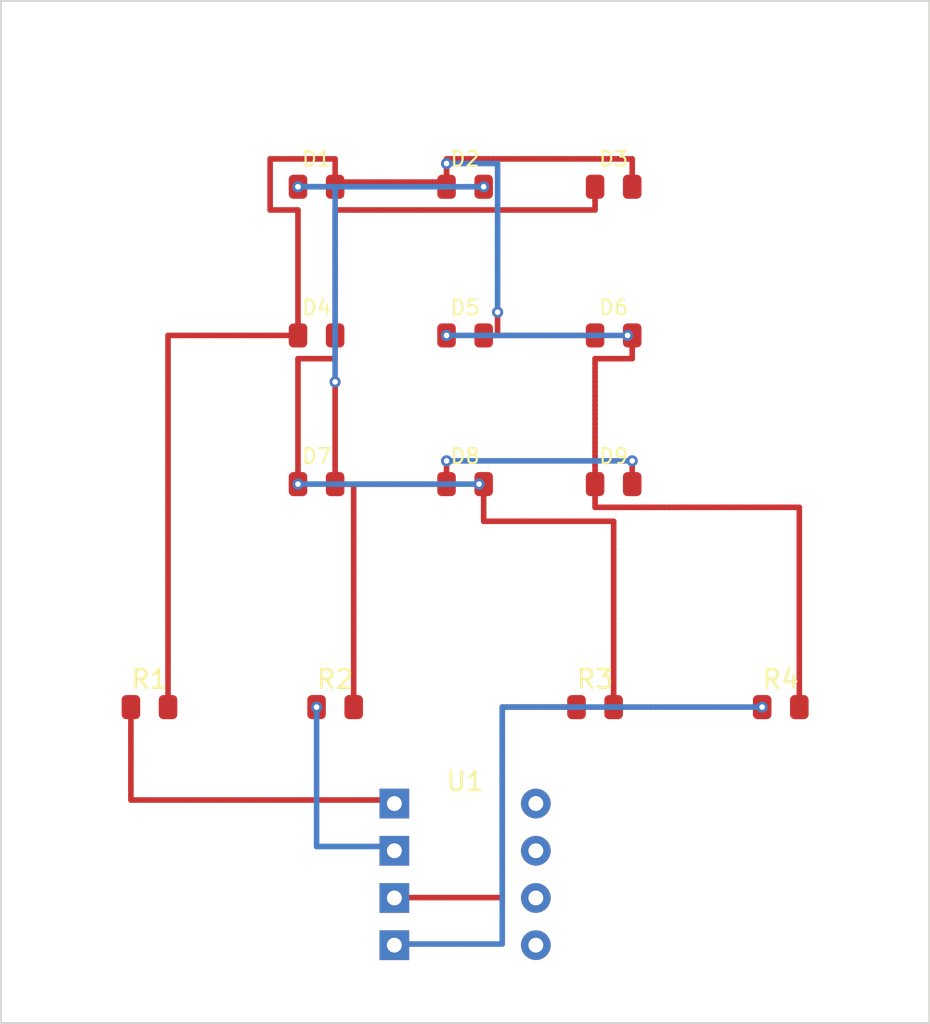
<source format=kicad_pcb>
(kicad_pcb (version 20240108) (generator "kicad-tools-demo") (generator_version "8.0")
  (layers (0 "F.Cu" signal) (31 "B.Cu" signal) (34 "B.Paste" user) (35 "F.Paste" user) (36 "B.SilkS" user "B.Silkscreen") (37 "F.SilkS" user "F.Silkscreen") (38 "B.Mask" user) (39 "F.Mask" user) (44 "Edge.Cuts" user))
  (net 0 "")
  (net 1 "LINE_A")
  (net 2 "LINE_B")
  (net 3 "LINE_C")
  (net 4 "LINE_D")
  (net 5 "NODE_A")
  (net 6 "NODE_B")
  (net 7 "NODE_C")
  (net 8 "NODE_D")
  (net 9 "VCC")
  (net 10 "GND")
  (gr_rect (start 100.0 100.0) (end 150.0 155.0) (stroke (width 0.1)) (fill none) (layer "Edge.Cuts"))
  (footprint "Package_DIP:DIP-8_W7.62mm" (layer "F.Cu") (at 125.0 147.0)
    (fp_text reference "U1")
    (fp_text value "MCU")
  )
  (footprint "Resistor_SMD:R_0805_2012Metric" (layer "F.Cu") (at 108.0 138.0)
    (fp_text reference "R1")
    (fp_text value "330R")
  )
  (footprint "Resistor_SMD:R_0805_2012Metric" (layer "F.Cu") (at 118.0 138.0)
    (fp_text reference "R2")
    (fp_text value "330R")
  )
  (footprint "Resistor_SMD:R_0805_2012Metric" (layer "F.Cu") (at 132.0 138.0)
    (fp_text reference "R3")
    (fp_text value "330R")
  )
  (footprint "Resistor_SMD:R_0805_2012Metric" (layer "F.Cu") (at 142.0 138.0)
    (fp_text reference "R4")
    (fp_text value "330R")
  )
  (footprint "LED_SMD:LED_0805_2012Metric" (layer "F.Cu") (at 117.0 110.0)
    (fp_text reference "D1")
    (fp_text value "LED")
  )
  (footprint "LED_SMD:LED_0805_2012Metric" (layer "F.Cu") (at 125.0 110.0)
    (fp_text reference "D2")
    (fp_text value "LED")
  )
  (footprint "LED_SMD:LED_0805_2012Metric" (layer "F.Cu") (at 133.0 110.0)
    (fp_text reference "D3")
    (fp_text value "LED")
  )
  (footprint "LED_SMD:LED_0805_2012Metric" (layer "F.Cu") (at 117.0 118.0)
    (fp_text reference "D4")
    (fp_text value "LED")
  )
  (footprint "LED_SMD:LED_0805_2012Metric" (layer "F.Cu") (at 125.0 118.0)
    (fp_text reference "D5")
    (fp_text value "LED")
  )
  (footprint "LED_SMD:LED_0805_2012Metric" (layer "F.Cu") (at 133.0 118.0)
    (fp_text reference "D6")
    (fp_text value "LED")
  )
  (footprint "LED_SMD:LED_0805_2012Metric" (layer "F.Cu") (at 117.0 126.0)
    (fp_text reference "D7")
    (fp_text value "LED")
  )
  (footprint "LED_SMD:LED_0805_2012Metric" (layer "F.Cu") (at 125.0 126.0)
    (fp_text reference "D8")
    (fp_text value "LED")
  )
  (footprint "LED_SMD:LED_0805_2012Metric" (layer "F.Cu") (at 133.0 126.0)
    (fp_text reference "D9")
    (fp_text value "LED")
  )
  (segment (start 121.1900 143.1900) (end 121.0000 143.0000) (width 0.3) (layer "F.Cu") (net 1))
  (segment (start 121.0000 143.0000) (end 120.7500 143.0000) (width 0.3) (layer "F.Cu") (net 1))
  (segment (start 120.7500 143.0000) (end 120.5000 143.0000) (width 0.3) (layer "F.Cu") (net 1))
  (segment (start 120.5000 143.0000) (end 120.2500 143.0000) (width 0.3) (layer "F.Cu") (net 1))
  (segment (start 120.2500 143.0000) (end 120.0000 143.0000) (width 0.3) (layer "F.Cu") (net 1))
  (segment (start 120.0000 143.0000) (end 119.7500 143.0000) (width 0.3) (layer "F.Cu") (net 1))
  (segment (start 119.7500 143.0000) (end 119.5000 143.0000) (width 0.3) (layer "F.Cu") (net 1))
  (segment (start 119.5000 143.0000) (end 119.2500 143.0000) (width 0.3) (layer "F.Cu") (net 1))
  (segment (start 119.2500 143.0000) (end 119.0000 143.0000) (width 0.3) (layer "F.Cu") (net 1))
  (segment (start 119.0000 143.0000) (end 118.7500 143.0000) (width 0.3) (layer "F.Cu") (net 1))
  (segment (start 118.7500 143.0000) (end 118.5000 143.0000) (width 0.3) (layer "F.Cu") (net 1))
  (segment (start 118.5000 143.0000) (end 118.2500 143.0000) (width 0.3) (layer "F.Cu") (net 1))
  (segment (start 118.2500 143.0000) (end 118.0000 143.0000) (width 0.3) (layer "F.Cu") (net 1))
  (segment (start 118.0000 143.0000) (end 117.7500 143.0000) (width 0.3) (layer "F.Cu") (net 1))
  (segment (start 117.7500 143.0000) (end 117.5000 143.0000) (width 0.3) (layer "F.Cu") (net 1))
  (segment (start 117.5000 143.0000) (end 117.2500 143.0000) (width 0.3) (layer "F.Cu") (net 1))
  (segment (start 117.2500 143.0000) (end 117.0000 143.0000) (width 0.3) (layer "F.Cu") (net 1))
  (segment (start 117.0000 143.0000) (end 116.7500 143.0000) (width 0.3) (layer "F.Cu") (net 1))
  (segment (start 116.7500 143.0000) (end 116.5000 143.0000) (width 0.3) (layer "F.Cu") (net 1))
  (segment (start 116.5000 143.0000) (end 116.2500 143.0000) (width 0.3) (layer "F.Cu") (net 1))
  (segment (start 116.2500 143.0000) (end 116.0000 143.0000) (width 0.3) (layer "F.Cu") (net 1))
  (segment (start 116.0000 143.0000) (end 115.7500 143.0000) (width 0.3) (layer "F.Cu") (net 1))
  (segment (start 115.7500 143.0000) (end 115.5000 143.0000) (width 0.3) (layer "F.Cu") (net 1))
  (segment (start 115.5000 143.0000) (end 115.2500 143.0000) (width 0.3) (layer "F.Cu") (net 1))
  (segment (start 115.2500 143.0000) (end 115.0000 143.0000) (width 0.3) (layer "F.Cu") (net 1))
  (segment (start 115.0000 143.0000) (end 114.7500 143.0000) (width 0.3) (layer "F.Cu") (net 1))
  (segment (start 114.7500 143.0000) (end 114.5000 143.0000) (width 0.3) (layer "F.Cu") (net 1))
  (segment (start 114.5000 143.0000) (end 114.2500 143.0000) (width 0.3) (layer "F.Cu") (net 1))
  (segment (start 114.2500 143.0000) (end 114.0000 143.0000) (width 0.3) (layer "F.Cu") (net 1))
  (segment (start 114.0000 143.0000) (end 113.7500 143.0000) (width 0.3) (layer "F.Cu") (net 1))
  (segment (start 113.7500 143.0000) (end 113.5000 143.0000) (width 0.3) (layer "F.Cu") (net 1))
  (segment (start 113.5000 143.0000) (end 113.2500 143.0000) (width 0.3) (layer "F.Cu") (net 1))
  (segment (start 113.2500 143.0000) (end 113.0000 143.0000) (width 0.3) (layer "F.Cu") (net 1))
  (segment (start 113.0000 143.0000) (end 112.7500 143.0000) (width 0.3) (layer "F.Cu") (net 1))
  (segment (start 112.7500 143.0000) (end 112.5000 143.0000) (width 0.3) (layer "F.Cu") (net 1))
  (segment (start 112.5000 143.0000) (end 112.2500 143.0000) (width 0.3) (layer "F.Cu") (net 1))
  (segment (start 112.2500 143.0000) (end 112.0000 143.0000) (width 0.3) (layer "F.Cu") (net 1))
  (segment (start 112.0000 143.0000) (end 111.7500 143.0000) (width 0.3) (layer "F.Cu") (net 1))
  (segment (start 111.7500 143.0000) (end 111.5000 143.0000) (width 0.3) (layer "F.Cu") (net 1))
  (segment (start 111.5000 143.0000) (end 111.2500 143.0000) (width 0.3) (layer "F.Cu") (net 1))
  (segment (start 111.2500 143.0000) (end 111.0000 143.0000) (width 0.3) (layer "F.Cu") (net 1))
  (segment (start 111.0000 143.0000) (end 110.7500 143.0000) (width 0.3) (layer "F.Cu") (net 1))
  (segment (start 110.7500 143.0000) (end 110.5000 143.0000) (width 0.3) (layer "F.Cu") (net 1))
  (segment (start 110.5000 143.0000) (end 110.2500 143.0000) (width 0.3) (layer "F.Cu") (net 1))
  (segment (start 110.2500 143.0000) (end 110.0000 143.0000) (width 0.3) (layer "F.Cu") (net 1))
  (segment (start 110.0000 143.0000) (end 109.7500 143.0000) (width 0.3) (layer "F.Cu") (net 1))
  (segment (start 109.7500 143.0000) (end 109.5000 143.0000) (width 0.3) (layer "F.Cu") (net 1))
  (segment (start 109.5000 143.0000) (end 109.2500 143.0000) (width 0.3) (layer "F.Cu") (net 1))
  (segment (start 109.2500 143.0000) (end 109.0000 143.0000) (width 0.3) (layer "F.Cu") (net 1))
  (segment (start 109.0000 143.0000) (end 108.7500 143.0000) (width 0.3) (layer "F.Cu") (net 1))
  (segment (start 108.7500 143.0000) (end 108.5000 143.0000) (width 0.3) (layer "F.Cu") (net 1))
  (segment (start 108.5000 143.0000) (end 108.2500 143.0000) (width 0.3) (layer "F.Cu") (net 1))
  (segment (start 108.2500 143.0000) (end 108.0000 143.0000) (width 0.3) (layer "F.Cu") (net 1))
  (segment (start 108.0000 143.0000) (end 107.7500 143.0000) (width 0.3) (layer "F.Cu") (net 1))
  (segment (start 107.7500 143.0000) (end 107.5000 143.0000) (width 0.3) (layer "F.Cu") (net 1))
  (segment (start 107.5000 143.0000) (end 107.2500 143.0000) (width 0.3) (layer "F.Cu") (net 1))
  (segment (start 107.2500 143.0000) (end 107.0000 143.0000) (width 0.3) (layer "F.Cu") (net 1))
  (segment (start 107.0000 143.0000) (end 107.0000 142.7500) (width 0.3) (layer "F.Cu") (net 1))
  (segment (start 107.0000 142.7500) (end 107.0000 142.5000) (width 0.3) (layer "F.Cu") (net 1))
  (segment (start 107.0000 142.5000) (end 107.0000 142.2500) (width 0.3) (layer "F.Cu") (net 1))
  (segment (start 107.0000 142.2500) (end 107.0000 142.0000) (width 0.3) (layer "F.Cu") (net 1))
  (segment (start 107.0000 142.0000) (end 107.0000 141.7500) (width 0.3) (layer "F.Cu") (net 1))
  (segment (start 107.0000 141.7500) (end 107.0000 141.5000) (width 0.3) (layer "F.Cu") (net 1))
  (segment (start 107.0000 141.5000) (end 107.0000 141.2500) (width 0.3) (layer "F.Cu") (net 1))
  (segment (start 107.0000 141.2500) (end 107.0000 141.0000) (width 0.3) (layer "F.Cu") (net 1))
  (segment (start 107.0000 141.0000) (end 107.0000 140.7500) (width 0.3) (layer "F.Cu") (net 1))
  (segment (start 107.0000 140.7500) (end 107.0000 140.5000) (width 0.3) (layer "F.Cu") (net 1))
  (segment (start 107.0000 140.5000) (end 107.0000 140.2500) (width 0.3) (layer "F.Cu") (net 1))
  (segment (start 107.0000 140.2500) (end 107.0000 140.0000) (width 0.3) (layer "F.Cu") (net 1))
  (segment (start 107.0000 140.0000) (end 107.0000 139.7500) (width 0.3) (layer "F.Cu") (net 1))
  (segment (start 107.0000 139.7500) (end 107.0000 139.5000) (width 0.3) (layer "F.Cu") (net 1))
  (segment (start 107.0000 139.5000) (end 107.0000 139.2500) (width 0.3) (layer "F.Cu") (net 1))
  (segment (start 107.0000 139.2500) (end 107.0000 139.0000) (width 0.3) (layer "F.Cu") (net 1))
  (segment (start 107.0000 139.0000) (end 107.0000 138.7500) (width 0.3) (layer "F.Cu") (net 1))
  (segment (start 107.0000 138.7500) (end 107.0000 138.5000) (width 0.3) (layer "F.Cu") (net 1))
  (segment (start 107.0000 138.5000) (end 107.0000 138.2500) (width 0.3) (layer "F.Cu") (net 1))
  (segment (start 107.0000 138.2500) (end 107.0000 138.0000) (width 0.3) (layer "F.Cu") (net 1))
  (segment (start 121.1900 145.7300) (end 121.0000 145.5000) (width 0.3) (layer "B.Cu") (net 2))
  (segment (start 121.0000 145.5000) (end 120.7500 145.5000) (width 0.3) (layer "B.Cu") (net 2))
  (segment (start 120.7500 145.5000) (end 120.5000 145.5000) (width 0.3) (layer "B.Cu") (net 2))
  (segment (start 120.5000 145.5000) (end 120.2500 145.5000) (width 0.3) (layer "B.Cu") (net 2))
  (segment (start 120.2500 145.5000) (end 120.0000 145.5000) (width 0.3) (layer "B.Cu") (net 2))
  (segment (start 120.0000 145.5000) (end 119.7500 145.5000) (width 0.3) (layer "B.Cu") (net 2))
  (segment (start 119.7500 145.5000) (end 119.5000 145.5000) (width 0.3) (layer "B.Cu") (net 2))
  (segment (start 119.5000 145.5000) (end 119.2500 145.5000) (width 0.3) (layer "B.Cu") (net 2))
  (segment (start 119.2500 145.5000) (end 119.0000 145.5000) (width 0.3) (layer "B.Cu") (net 2))
  (segment (start 119.0000 145.5000) (end 118.7500 145.5000) (width 0.3) (layer "B.Cu") (net 2))
  (segment (start 118.7500 145.5000) (end 118.5000 145.5000) (width 0.3) (layer "B.Cu") (net 2))
  (segment (start 118.5000 145.5000) (end 118.2500 145.5000) (width 0.3) (layer "B.Cu") (net 2))
  (segment (start 118.2500 145.5000) (end 118.0000 145.5000) (width 0.3) (layer "B.Cu") (net 2))
  (segment (start 118.0000 145.5000) (end 117.7500 145.5000) (width 0.3) (layer "B.Cu") (net 2))
  (segment (start 117.7500 145.5000) (end 117.5000 145.5000) (width 0.3) (layer "B.Cu") (net 2))
  (segment (start 117.5000 145.5000) (end 117.2500 145.5000) (width 0.3) (layer "B.Cu") (net 2))
  (segment (start 117.2500 145.5000) (end 117.0000 145.5000) (width 0.3) (layer "B.Cu") (net 2))
  (segment (start 117.0000 145.5000) (end 117.0000 145.2500) (width 0.3) (layer "B.Cu") (net 2))
  (segment (start 117.0000 145.2500) (end 117.0000 145.0000) (width 0.3) (layer "B.Cu") (net 2))
  (segment (start 117.0000 145.0000) (end 117.0000 144.7500) (width 0.3) (layer "B.Cu") (net 2))
  (segment (start 117.0000 144.7500) (end 117.0000 144.5000) (width 0.3) (layer "B.Cu") (net 2))
  (segment (start 117.0000 144.5000) (end 117.0000 144.2500) (width 0.3) (layer "B.Cu") (net 2))
  (segment (start 117.0000 144.2500) (end 117.0000 144.0000) (width 0.3) (layer "B.Cu") (net 2))
  (segment (start 117.0000 144.0000) (end 117.0000 143.7500) (width 0.3) (layer "B.Cu") (net 2))
  (segment (start 117.0000 143.7500) (end 117.0000 143.5000) (width 0.3) (layer "B.Cu") (net 2))
  (segment (start 117.0000 143.5000) (end 117.0000 143.2500) (width 0.3) (layer "B.Cu") (net 2))
  (segment (start 117.0000 143.2500) (end 117.0000 143.0000) (width 0.3) (layer "B.Cu") (net 2))
  (segment (start 117.0000 143.0000) (end 117.0000 142.7500) (width 0.3) (layer "B.Cu") (net 2))
  (segment (start 117.0000 142.7500) (end 117.0000 142.5000) (width 0.3) (layer "B.Cu") (net 2))
  (segment (start 117.0000 142.5000) (end 117.0000 142.2500) (width 0.3) (layer "B.Cu") (net 2))
  (segment (start 117.0000 142.2500) (end 117.0000 142.0000) (width 0.3) (layer "B.Cu") (net 2))
  (segment (start 117.0000 142.0000) (end 117.0000 141.7500) (width 0.3) (layer "B.Cu") (net 2))
  (segment (start 117.0000 141.7500) (end 117.0000 141.5000) (width 0.3) (layer "B.Cu") (net 2))
  (segment (start 117.0000 141.5000) (end 117.0000 141.2500) (width 0.3) (layer "B.Cu") (net 2))
  (segment (start 117.0000 141.2500) (end 117.0000 141.0000) (width 0.3) (layer "B.Cu") (net 2))
  (segment (start 117.0000 141.0000) (end 117.0000 140.7500) (width 0.3) (layer "B.Cu") (net 2))
  (segment (start 117.0000 140.7500) (end 117.0000 140.5000) (width 0.3) (layer "B.Cu") (net 2))
  (segment (start 117.0000 140.5000) (end 117.0000 140.2500) (width 0.3) (layer "B.Cu") (net 2))
  (segment (start 117.0000 140.2500) (end 117.0000 140.0000) (width 0.3) (layer "B.Cu") (net 2))
  (segment (start 117.0000 140.0000) (end 117.0000 139.7500) (width 0.3) (layer "B.Cu") (net 2))
  (segment (start 117.0000 139.7500) (end 117.0000 139.5000) (width 0.3) (layer "B.Cu") (net 2))
  (segment (start 117.0000 139.5000) (end 117.0000 139.2500) (width 0.3) (layer "B.Cu") (net 2))
  (segment (start 117.0000 139.2500) (end 117.0000 139.0000) (width 0.3) (layer "B.Cu") (net 2))
  (segment (start 117.0000 139.0000) (end 117.0000 138.7500) (width 0.3) (layer "B.Cu") (net 2))
  (segment (start 117.0000 138.7500) (end 117.0000 138.5000) (width 0.3) (layer "B.Cu") (net 2))
  (segment (start 117.0000 138.5000) (end 117.0000 138.2500) (width 0.3) (layer "B.Cu") (net 2))
  (segment (start 117.0000 138.2500) (end 117.0000 138.0000) (width 0.3) (layer "B.Cu") (net 2))
  (via (at 117.0000 138.0000) (size 0.6) (drill 0.3) (layers "B.Cu" "F.Cu") (net 2))
  (segment (start 121.1900 148.2700) (end 121.0000 148.2500) (width 0.3) (layer "F.Cu") (net 3))
  (segment (start 121.0000 148.2500) (end 121.2500 148.2500) (width 0.3) (layer "F.Cu") (net 3))
  (segment (start 121.2500 148.2500) (end 121.5000 148.2500) (width 0.3) (layer "F.Cu") (net 3))
  (segment (start 121.5000 148.2500) (end 121.7500 148.2500) (width 0.3) (layer "F.Cu") (net 3))
  (segment (start 121.7500 148.2500) (end 122.0000 148.2500) (width 0.3) (layer "F.Cu") (net 3))
  (segment (start 122.0000 148.2500) (end 122.2500 148.2500) (width 0.3) (layer "F.Cu") (net 3))
  (segment (start 122.2500 148.2500) (end 122.5000 148.2500) (width 0.3) (layer "F.Cu") (net 3))
  (segment (start 122.5000 148.2500) (end 122.7500 148.2500) (width 0.3) (layer "F.Cu") (net 3))
  (segment (start 122.7500 148.2500) (end 123.0000 148.2500) (width 0.3) (layer "F.Cu") (net 3))
  (segment (start 123.0000 148.2500) (end 123.2500 148.2500) (width 0.3) (layer "F.Cu") (net 3))
  (segment (start 123.2500 148.2500) (end 123.5000 148.2500) (width 0.3) (layer "F.Cu") (net 3))
  (segment (start 123.5000 148.2500) (end 123.7500 148.2500) (width 0.3) (layer "F.Cu") (net 3))
  (segment (start 123.7500 148.2500) (end 124.0000 148.2500) (width 0.3) (layer "F.Cu") (net 3))
  (segment (start 124.0000 148.2500) (end 124.2500 148.2500) (width 0.3) (layer "F.Cu") (net 3))
  (segment (start 124.2500 148.2500) (end 124.5000 148.2500) (width 0.3) (layer "F.Cu") (net 3))
  (segment (start 124.5000 148.2500) (end 124.7500 148.2500) (width 0.3) (layer "F.Cu") (net 3))
  (segment (start 124.7500 148.2500) (end 125.0000 148.2500) (width 0.3) (layer "F.Cu") (net 3))
  (segment (start 125.0000 148.2500) (end 125.2500 148.2500) (width 0.3) (layer "F.Cu") (net 3))
  (segment (start 125.2500 148.2500) (end 125.5000 148.2500) (width 0.3) (layer "F.Cu") (net 3))
  (segment (start 125.5000 148.2500) (end 125.7500 148.2500) (width 0.3) (layer "F.Cu") (net 3))
  (segment (start 125.7500 148.2500) (end 126.0000 148.2500) (width 0.3) (layer "F.Cu") (net 3))
  (segment (start 126.0000 148.2500) (end 126.2500 148.2500) (width 0.3) (layer "F.Cu") (net 3))
  (segment (start 126.2500 148.2500) (end 126.5000 148.2500) (width 0.3) (layer "F.Cu") (net 3))
  (segment (start 126.5000 148.2500) (end 126.7500 148.2500) (width 0.3) (layer "F.Cu") (net 3))
  (segment (start 126.7500 148.2500) (end 127.0000 148.2500) (width 0.3) (layer "F.Cu") (net 3))
  (segment (start 127.0000 148.2500) (end 127.0000 148.0000) (width 0.3) (layer "F.Cu") (net 3))
  (segment (start 127.0000 148.0000) (end 127.0000 147.7500) (width 0.3) (layer "F.Cu") (net 3))
  (segment (start 127.0000 147.7500) (end 127.0000 147.5000) (width 0.3) (layer "F.Cu") (net 3))
  (segment (start 127.0000 147.5000) (end 127.0000 147.2500) (width 0.3) (layer "F.Cu") (net 3))
  (segment (start 127.0000 147.2500) (end 127.0000 147.0000) (width 0.3) (layer "F.Cu") (net 3))
  (segment (start 127.0000 147.0000) (end 127.0000 146.7500) (width 0.3) (layer "F.Cu") (net 3))
  (segment (start 127.0000 146.7500) (end 127.0000 146.5000) (width 0.3) (layer "F.Cu") (net 3))
  (segment (start 127.0000 146.5000) (end 127.0000 146.2500) (width 0.3) (layer "F.Cu") (net 3))
  (segment (start 127.0000 146.2500) (end 127.0000 146.0000) (width 0.3) (layer "F.Cu") (net 3))
  (segment (start 127.0000 146.0000) (end 127.0000 145.7500) (width 0.3) (layer "F.Cu") (net 3))
  (segment (start 127.0000 145.7500) (end 127.0000 145.5000) (width 0.3) (layer "F.Cu") (net 3))
  (segment (start 127.0000 145.5000) (end 127.0000 145.2500) (width 0.3) (layer "F.Cu") (net 3))
  (segment (start 127.0000 145.2500) (end 127.0000 145.0000) (width 0.3) (layer "F.Cu") (net 3))
  (segment (start 127.0000 145.0000) (end 127.0000 144.7500) (width 0.3) (layer "F.Cu") (net 3))
  (segment (start 127.0000 144.7500) (end 127.0000 144.5000) (width 0.3) (layer "F.Cu") (net 3))
  (segment (start 127.0000 144.5000) (end 127.0000 144.2500) (width 0.3) (layer "F.Cu") (net 3))
  (segment (start 127.0000 144.2500) (end 127.0000 144.0000) (width 0.3) (layer "F.Cu") (net 3))
  (segment (start 127.0000 144.0000) (end 127.0000 143.7500) (width 0.3) (layer "F.Cu") (net 3))
  (segment (start 127.0000 143.7500) (end 127.0000 143.5000) (width 0.3) (layer "F.Cu") (net 3))
  (segment (start 127.0000 143.5000) (end 127.0000 143.2500) (width 0.3) (layer "F.Cu") (net 3))
  (segment (start 127.0000 143.2500) (end 127.0000 143.0000) (width 0.3) (layer "F.Cu") (net 3))
  (segment (start 127.0000 143.0000) (end 127.0000 142.7500) (width 0.3) (layer "F.Cu") (net 3))
  (segment (start 127.0000 142.7500) (end 127.0000 142.5000) (width 0.3) (layer "F.Cu") (net 3))
  (segment (start 127.0000 142.5000) (end 127.0000 142.2500) (width 0.3) (layer "F.Cu") (net 3))
  (segment (start 127.0000 142.2500) (end 127.0000 142.0000) (width 0.3) (layer "F.Cu") (net 3))
  (segment (start 127.0000 142.0000) (end 127.0000 141.7500) (width 0.3) (layer "F.Cu") (net 3))
  (segment (start 127.0000 141.7500) (end 127.0000 141.5000) (width 0.3) (layer "F.Cu") (net 3))
  (segment (start 127.0000 141.5000) (end 127.0000 141.2500) (width 0.3) (layer "F.Cu") (net 3))
  (segment (start 127.0000 141.2500) (end 127.0000 141.0000) (width 0.3) (layer "F.Cu") (net 3))
  (segment (start 127.0000 141.0000) (end 127.0000 140.7500) (width 0.3) (layer "F.Cu") (net 3))
  (segment (start 127.0000 140.7500) (end 127.0000 140.5000) (width 0.3) (layer "F.Cu") (net 3))
  (segment (start 127.0000 140.5000) (end 127.0000 140.2500) (width 0.3) (layer "F.Cu") (net 3))
  (segment (start 127.0000 140.2500) (end 127.0000 140.0000) (width 0.3) (layer "F.Cu") (net 3))
  (segment (start 127.0000 140.0000) (end 127.0000 139.7500) (width 0.3) (layer "F.Cu") (net 3))
  (segment (start 127.0000 139.7500) (end 127.0000 139.5000) (width 0.3) (layer "F.Cu") (net 3))
  (segment (start 127.0000 139.5000) (end 127.0000 139.2500) (width 0.3) (layer "F.Cu") (net 3))
  (segment (start 127.0000 139.2500) (end 127.0000 139.0000) (width 0.3) (layer "F.Cu") (net 3))
  (segment (start 127.0000 139.0000) (end 127.0000 138.7500) (width 0.3) (layer "F.Cu") (net 3))
  (segment (start 127.0000 138.7500) (end 127.0000 138.5000) (width 0.3) (layer "F.Cu") (net 3))
  (segment (start 127.0000 138.5000) (end 127.0000 138.2500) (width 0.3) (layer "F.Cu") (net 3))
  (segment (start 127.0000 138.2500) (end 127.0000 138.0000) (width 0.3) (layer "F.Cu") (net 3))
  (segment (start 127.0000 138.0000) (end 127.2500 138.0000) (width 0.3) (layer "F.Cu") (net 3))
  (segment (start 127.2500 138.0000) (end 127.5000 138.0000) (width 0.3) (layer "F.Cu") (net 3))
  (segment (start 127.5000 138.0000) (end 127.7500 138.0000) (width 0.3) (layer "F.Cu") (net 3))
  (segment (start 127.7500 138.0000) (end 128.0000 138.0000) (width 0.3) (layer "F.Cu") (net 3))
  (segment (start 128.0000 138.0000) (end 128.2500 138.0000) (width 0.3) (layer "F.Cu") (net 3))
  (segment (start 128.2500 138.0000) (end 128.5000 138.0000) (width 0.3) (layer "F.Cu") (net 3))
  (segment (start 128.5000 138.0000) (end 128.7500 138.0000) (width 0.3) (layer "F.Cu") (net 3))
  (segment (start 128.7500 138.0000) (end 129.0000 138.0000) (width 0.3) (layer "F.Cu") (net 3))
  (segment (start 129.0000 138.0000) (end 129.2500 138.0000) (width 0.3) (layer "F.Cu") (net 3))
  (segment (start 129.2500 138.0000) (end 129.5000 138.0000) (width 0.3) (layer "F.Cu") (net 3))
  (segment (start 129.5000 138.0000) (end 129.7500 138.0000) (width 0.3) (layer "F.Cu") (net 3))
  (segment (start 129.7500 138.0000) (end 130.0000 138.0000) (width 0.3) (layer "F.Cu") (net 3))
  (segment (start 130.0000 138.0000) (end 130.2500 138.0000) (width 0.3) (layer "F.Cu") (net 3))
  (segment (start 130.2500 138.0000) (end 130.5000 138.0000) (width 0.3) (layer "F.Cu") (net 3))
  (segment (start 130.5000 138.0000) (end 130.7500 138.0000) (width 0.3) (layer "F.Cu") (net 3))
  (segment (start 130.7500 138.0000) (end 131.0000 138.0000) (width 0.3) (layer "F.Cu") (net 3))
  (segment (start 121.1900 150.8100) (end 121.0000 150.7500) (width 0.3) (layer "B.Cu") (net 4))
  (segment (start 121.0000 150.7500) (end 121.2500 150.7500) (width 0.3) (layer "B.Cu") (net 4))
  (segment (start 121.2500 150.7500) (end 121.5000 150.7500) (width 0.3) (layer "B.Cu") (net 4))
  (segment (start 121.5000 150.7500) (end 121.7500 150.7500) (width 0.3) (layer "B.Cu") (net 4))
  (segment (start 121.7500 150.7500) (end 122.0000 150.7500) (width 0.3) (layer "B.Cu") (net 4))
  (segment (start 122.0000 150.7500) (end 122.2500 150.7500) (width 0.3) (layer "B.Cu") (net 4))
  (segment (start 122.2500 150.7500) (end 122.5000 150.7500) (width 0.3) (layer "B.Cu") (net 4))
  (segment (start 122.5000 150.7500) (end 122.7500 150.7500) (width 0.3) (layer "B.Cu") (net 4))
  (segment (start 122.7500 150.7500) (end 123.0000 150.7500) (width 0.3) (layer "B.Cu") (net 4))
  (segment (start 123.0000 150.7500) (end 123.2500 150.7500) (width 0.3) (layer "B.Cu") (net 4))
  (segment (start 123.2500 150.7500) (end 123.5000 150.7500) (width 0.3) (layer "B.Cu") (net 4))
  (segment (start 123.5000 150.7500) (end 123.7500 150.7500) (width 0.3) (layer "B.Cu") (net 4))
  (segment (start 123.7500 150.7500) (end 124.0000 150.7500) (width 0.3) (layer "B.Cu") (net 4))
  (segment (start 124.0000 150.7500) (end 124.2500 150.7500) (width 0.3) (layer "B.Cu") (net 4))
  (segment (start 124.2500 150.7500) (end 124.5000 150.7500) (width 0.3) (layer "B.Cu") (net 4))
  (segment (start 124.5000 150.7500) (end 124.7500 150.7500) (width 0.3) (layer "B.Cu") (net 4))
  (segment (start 124.7500 150.7500) (end 125.0000 150.7500) (width 0.3) (layer "B.Cu") (net 4))
  (segment (start 125.0000 150.7500) (end 125.2500 150.7500) (width 0.3) (layer "B.Cu") (net 4))
  (segment (start 125.2500 150.7500) (end 125.5000 150.7500) (width 0.3) (layer "B.Cu") (net 4))
  (segment (start 125.5000 150.7500) (end 125.7500 150.7500) (width 0.3) (layer "B.Cu") (net 4))
  (segment (start 125.7500 150.7500) (end 126.0000 150.7500) (width 0.3) (layer "B.Cu") (net 4))
  (segment (start 126.0000 150.7500) (end 126.2500 150.7500) (width 0.3) (layer "B.Cu") (net 4))
  (segment (start 126.2500 150.7500) (end 126.5000 150.7500) (width 0.3) (layer "B.Cu") (net 4))
  (segment (start 126.5000 150.7500) (end 126.7500 150.7500) (width 0.3) (layer "B.Cu") (net 4))
  (segment (start 126.7500 150.7500) (end 127.0000 150.7500) (width 0.3) (layer "B.Cu") (net 4))
  (segment (start 127.0000 150.7500) (end 127.0000 150.5000) (width 0.3) (layer "B.Cu") (net 4))
  (segment (start 127.0000 150.5000) (end 127.0000 150.2500) (width 0.3) (layer "B.Cu") (net 4))
  (segment (start 127.0000 150.2500) (end 127.0000 150.0000) (width 0.3) (layer "B.Cu") (net 4))
  (segment (start 127.0000 150.0000) (end 127.0000 149.7500) (width 0.3) (layer "B.Cu") (net 4))
  (segment (start 127.0000 149.7500) (end 127.0000 149.5000) (width 0.3) (layer "B.Cu") (net 4))
  (segment (start 127.0000 149.5000) (end 127.0000 149.2500) (width 0.3) (layer "B.Cu") (net 4))
  (segment (start 127.0000 149.2500) (end 127.0000 149.0000) (width 0.3) (layer "B.Cu") (net 4))
  (segment (start 127.0000 149.0000) (end 127.0000 148.7500) (width 0.3) (layer "B.Cu") (net 4))
  (segment (start 127.0000 148.7500) (end 127.0000 148.5000) (width 0.3) (layer "B.Cu") (net 4))
  (segment (start 127.0000 148.5000) (end 127.0000 148.2500) (width 0.3) (layer "B.Cu") (net 4))
  (segment (start 127.0000 148.2500) (end 127.0000 148.0000) (width 0.3) (layer "B.Cu") (net 4))
  (segment (start 127.0000 148.0000) (end 127.0000 147.7500) (width 0.3) (layer "B.Cu") (net 4))
  (segment (start 127.0000 147.7500) (end 127.0000 147.5000) (width 0.3) (layer "B.Cu") (net 4))
  (segment (start 127.0000 147.5000) (end 127.0000 147.2500) (width 0.3) (layer "B.Cu") (net 4))
  (segment (start 127.0000 147.2500) (end 127.0000 147.0000) (width 0.3) (layer "B.Cu") (net 4))
  (segment (start 127.0000 147.0000) (end 127.0000 146.7500) (width 0.3) (layer "B.Cu") (net 4))
  (segment (start 127.0000 146.7500) (end 127.0000 146.5000) (width 0.3) (layer "B.Cu") (net 4))
  (segment (start 127.0000 146.5000) (end 127.0000 146.2500) (width 0.3) (layer "B.Cu") (net 4))
  (segment (start 127.0000 146.2500) (end 127.0000 146.0000) (width 0.3) (layer "B.Cu") (net 4))
  (segment (start 127.0000 146.0000) (end 127.0000 145.7500) (width 0.3) (layer "B.Cu") (net 4))
  (segment (start 127.0000 145.7500) (end 127.0000 145.5000) (width 0.3) (layer "B.Cu") (net 4))
  (segment (start 127.0000 145.5000) (end 127.0000 145.2500) (width 0.3) (layer "B.Cu") (net 4))
  (segment (start 127.0000 145.2500) (end 127.0000 145.0000) (width 0.3) (layer "B.Cu") (net 4))
  (segment (start 127.0000 145.0000) (end 127.0000 144.7500) (width 0.3) (layer "B.Cu") (net 4))
  (segment (start 127.0000 144.7500) (end 127.0000 144.5000) (width 0.3) (layer "B.Cu") (net 4))
  (segment (start 127.0000 144.5000) (end 127.0000 144.2500) (width 0.3) (layer "B.Cu") (net 4))
  (segment (start 127.0000 144.2500) (end 127.0000 144.0000) (width 0.3) (layer "B.Cu") (net 4))
  (segment (start 127.0000 144.0000) (end 127.0000 143.7500) (width 0.3) (layer "B.Cu") (net 4))
  (segment (start 127.0000 143.7500) (end 127.0000 143.5000) (width 0.3) (layer "B.Cu") (net 4))
  (segment (start 127.0000 143.5000) (end 127.0000 143.2500) (width 0.3) (layer "B.Cu") (net 4))
  (segment (start 127.0000 143.2500) (end 127.0000 143.0000) (width 0.3) (layer "B.Cu") (net 4))
  (segment (start 127.0000 143.0000) (end 127.0000 142.7500) (width 0.3) (layer "B.Cu") (net 4))
  (segment (start 127.0000 142.7500) (end 127.0000 142.5000) (width 0.3) (layer "B.Cu") (net 4))
  (segment (start 127.0000 142.5000) (end 127.0000 142.2500) (width 0.3) (layer "B.Cu") (net 4))
  (segment (start 127.0000 142.2500) (end 127.0000 142.0000) (width 0.3) (layer "B.Cu") (net 4))
  (segment (start 127.0000 142.0000) (end 127.0000 141.7500) (width 0.3) (layer "B.Cu") (net 4))
  (segment (start 127.0000 141.7500) (end 127.0000 141.5000) (width 0.3) (layer "B.Cu") (net 4))
  (segment (start 127.0000 141.5000) (end 127.0000 141.2500) (width 0.3) (layer "B.Cu") (net 4))
  (segment (start 127.0000 141.2500) (end 127.0000 141.0000) (width 0.3) (layer "B.Cu") (net 4))
  (segment (start 127.0000 141.0000) (end 127.0000 140.7500) (width 0.3) (layer "B.Cu") (net 4))
  (segment (start 127.0000 140.7500) (end 127.0000 140.5000) (width 0.3) (layer "B.Cu") (net 4))
  (segment (start 127.0000 140.5000) (end 127.0000 140.2500) (width 0.3) (layer "B.Cu") (net 4))
  (segment (start 127.0000 140.2500) (end 127.0000 140.0000) (width 0.3) (layer "B.Cu") (net 4))
  (segment (start 127.0000 140.0000) (end 127.0000 139.7500) (width 0.3) (layer "B.Cu") (net 4))
  (segment (start 127.0000 139.7500) (end 127.0000 139.5000) (width 0.3) (layer "B.Cu") (net 4))
  (segment (start 127.0000 139.5000) (end 127.0000 139.2500) (width 0.3) (layer "B.Cu") (net 4))
  (segment (start 127.0000 139.2500) (end 127.0000 139.0000) (width 0.3) (layer "B.Cu") (net 4))
  (segment (start 127.0000 139.0000) (end 127.0000 138.7500) (width 0.3) (layer "B.Cu") (net 4))
  (segment (start 127.0000 138.7500) (end 127.0000 138.5000) (width 0.3) (layer "B.Cu") (net 4))
  (segment (start 127.0000 138.5000) (end 127.0000 138.2500) (width 0.3) (layer "B.Cu") (net 4))
  (segment (start 127.0000 138.2500) (end 127.0000 138.0000) (width 0.3) (layer "B.Cu") (net 4))
  (segment (start 127.0000 138.0000) (end 127.2500 138.0000) (width 0.3) (layer "B.Cu") (net 4))
  (segment (start 127.2500 138.0000) (end 127.5000 138.0000) (width 0.3) (layer "B.Cu") (net 4))
  (segment (start 127.5000 138.0000) (end 127.7500 138.0000) (width 0.3) (layer "B.Cu") (net 4))
  (segment (start 127.7500 138.0000) (end 128.0000 138.0000) (width 0.3) (layer "B.Cu") (net 4))
  (segment (start 128.0000 138.0000) (end 128.2500 138.0000) (width 0.3) (layer "B.Cu") (net 4))
  (segment (start 128.2500 138.0000) (end 128.5000 138.0000) (width 0.3) (layer "B.Cu") (net 4))
  (segment (start 128.5000 138.0000) (end 128.7500 138.0000) (width 0.3) (layer "B.Cu") (net 4))
  (segment (start 128.7500 138.0000) (end 129.0000 138.0000) (width 0.3) (layer "B.Cu") (net 4))
  (segment (start 129.0000 138.0000) (end 129.2500 138.0000) (width 0.3) (layer "B.Cu") (net 4))
  (segment (start 129.2500 138.0000) (end 129.5000 138.0000) (width 0.3) (layer "B.Cu") (net 4))
  (segment (start 129.5000 138.0000) (end 129.7500 138.0000) (width 0.3) (layer "B.Cu") (net 4))
  (segment (start 129.7500 138.0000) (end 130.0000 138.0000) (width 0.3) (layer "B.Cu") (net 4))
  (segment (start 130.0000 138.0000) (end 130.2500 138.0000) (width 0.3) (layer "B.Cu") (net 4))
  (segment (start 130.2500 138.0000) (end 130.5000 138.0000) (width 0.3) (layer "B.Cu") (net 4))
  (segment (start 130.5000 138.0000) (end 130.7500 138.0000) (width 0.3) (layer "B.Cu") (net 4))
  (segment (start 130.7500 138.0000) (end 131.0000 138.0000) (width 0.3) (layer "B.Cu") (net 4))
  (segment (start 131.0000 138.0000) (end 131.2500 138.0000) (width 0.3) (layer "B.Cu") (net 4))
  (segment (start 131.2500 138.0000) (end 131.5000 138.0000) (width 0.3) (layer "B.Cu") (net 4))
  (segment (start 131.5000 138.0000) (end 131.7500 138.0000) (width 0.3) (layer "B.Cu") (net 4))
  (segment (start 131.7500 138.0000) (end 132.0000 138.0000) (width 0.3) (layer "B.Cu") (net 4))
  (segment (start 132.0000 138.0000) (end 132.2500 138.0000) (width 0.3) (layer "B.Cu") (net 4))
  (segment (start 132.2500 138.0000) (end 132.5000 138.0000) (width 0.3) (layer "B.Cu") (net 4))
  (segment (start 132.5000 138.0000) (end 132.7500 138.0000) (width 0.3) (layer "B.Cu") (net 4))
  (segment (start 132.7500 138.0000) (end 133.0000 138.0000) (width 0.3) (layer "B.Cu") (net 4))
  (segment (start 133.0000 138.0000) (end 133.2500 138.0000) (width 0.3) (layer "B.Cu") (net 4))
  (segment (start 133.2500 138.0000) (end 133.5000 138.0000) (width 0.3) (layer "B.Cu") (net 4))
  (segment (start 133.5000 138.0000) (end 133.7500 138.0000) (width 0.3) (layer "B.Cu") (net 4))
  (segment (start 133.7500 138.0000) (end 134.0000 138.0000) (width 0.3) (layer "B.Cu") (net 4))
  (segment (start 134.0000 138.0000) (end 134.2500 138.0000) (width 0.3) (layer "B.Cu") (net 4))
  (segment (start 134.2500 138.0000) (end 134.5000 138.0000) (width 0.3) (layer "B.Cu") (net 4))
  (segment (start 134.5000 138.0000) (end 134.7500 138.0000) (width 0.3) (layer "B.Cu") (net 4))
  (segment (start 134.7500 138.0000) (end 135.0000 138.0000) (width 0.3) (layer "B.Cu") (net 4))
  (segment (start 135.0000 138.0000) (end 135.2500 138.0000) (width 0.3) (layer "B.Cu") (net 4))
  (segment (start 135.2500 138.0000) (end 135.5000 138.0000) (width 0.3) (layer "B.Cu") (net 4))
  (segment (start 135.5000 138.0000) (end 135.7500 138.0000) (width 0.3) (layer "B.Cu") (net 4))
  (segment (start 135.7500 138.0000) (end 136.0000 138.0000) (width 0.3) (layer "B.Cu") (net 4))
  (segment (start 136.0000 138.0000) (end 136.2500 138.0000) (width 0.3) (layer "B.Cu") (net 4))
  (segment (start 136.2500 138.0000) (end 136.5000 138.0000) (width 0.3) (layer "B.Cu") (net 4))
  (segment (start 136.5000 138.0000) (end 136.7500 138.0000) (width 0.3) (layer "B.Cu") (net 4))
  (segment (start 136.7500 138.0000) (end 137.0000 138.0000) (width 0.3) (layer "B.Cu") (net 4))
  (segment (start 137.0000 138.0000) (end 137.2500 138.0000) (width 0.3) (layer "B.Cu") (net 4))
  (segment (start 137.2500 138.0000) (end 137.5000 138.0000) (width 0.3) (layer "B.Cu") (net 4))
  (segment (start 137.5000 138.0000) (end 137.7500 138.0000) (width 0.3) (layer "B.Cu") (net 4))
  (segment (start 137.7500 138.0000) (end 138.0000 138.0000) (width 0.3) (layer "B.Cu") (net 4))
  (segment (start 138.0000 138.0000) (end 138.2500 138.0000) (width 0.3) (layer "B.Cu") (net 4))
  (segment (start 138.2500 138.0000) (end 138.5000 138.0000) (width 0.3) (layer "B.Cu") (net 4))
  (segment (start 138.5000 138.0000) (end 138.7500 138.0000) (width 0.3) (layer "B.Cu") (net 4))
  (segment (start 138.7500 138.0000) (end 139.0000 138.0000) (width 0.3) (layer "B.Cu") (net 4))
  (segment (start 139.0000 138.0000) (end 139.2500 138.0000) (width 0.3) (layer "B.Cu") (net 4))
  (segment (start 139.2500 138.0000) (end 139.5000 138.0000) (width 0.3) (layer "B.Cu") (net 4))
  (segment (start 139.5000 138.0000) (end 139.7500 138.0000) (width 0.3) (layer "B.Cu") (net 4))
  (segment (start 139.7500 138.0000) (end 140.0000 138.0000) (width 0.3) (layer "B.Cu") (net 4))
  (segment (start 140.0000 138.0000) (end 140.2500 138.0000) (width 0.3) (layer "B.Cu") (net 4))
  (segment (start 140.2500 138.0000) (end 140.5000 138.0000) (width 0.3) (layer "B.Cu") (net 4))
  (segment (start 140.5000 138.0000) (end 140.7500 138.0000) (width 0.3) (layer "B.Cu") (net 4))
  (segment (start 140.7500 138.0000) (end 141.0000 138.0000) (width 0.3) (layer "B.Cu") (net 4))
  (via (at 141.0000 138.0000) (size 0.6) (drill 0.3) (layers "B.Cu" "F.Cu") (net 4))
  (segment (start 132.0000 126.0000) (end 132.0000 125.7500) (width 0.3) (layer "F.Cu") (net 8))
  (segment (start 132.0000 125.7500) (end 132.0000 125.5000) (width 0.3) (layer "F.Cu") (net 8))
  (segment (start 132.0000 125.5000) (end 132.0000 125.2500) (width 0.3) (layer "F.Cu") (net 8))
  (segment (start 132.0000 125.2500) (end 132.0000 125.0000) (width 0.3) (layer "F.Cu") (net 8))
  (segment (start 132.0000 125.0000) (end 132.0000 124.7500) (width 0.3) (layer "F.Cu") (net 8))
  (segment (start 132.0000 124.7500) (end 132.0000 124.5000) (width 0.3) (layer "F.Cu") (net 8))
  (segment (start 132.0000 124.5000) (end 132.0000 124.2500) (width 0.3) (layer "F.Cu") (net 8))
  (segment (start 132.0000 124.2500) (end 132.0000 124.0000) (width 0.3) (layer "F.Cu") (net 8))
  (segment (start 132.0000 124.0000) (end 132.0000 123.7500) (width 0.3) (layer "F.Cu") (net 8))
  (segment (start 132.0000 123.7500) (end 132.0000 123.5000) (width 0.3) (layer "F.Cu") (net 8))
  (segment (start 132.0000 123.5000) (end 132.0000 123.2500) (width 0.3) (layer "F.Cu") (net 8))
  (segment (start 132.0000 123.2500) (end 132.0000 123.0000) (width 0.3) (layer "F.Cu") (net 8))
  (segment (start 132.0000 123.0000) (end 132.0000 122.7500) (width 0.3) (layer "F.Cu") (net 8))
  (segment (start 132.0000 122.7500) (end 132.0000 122.5000) (width 0.3) (layer "F.Cu") (net 8))
  (segment (start 132.0000 122.5000) (end 132.0000 122.2500) (width 0.3) (layer "F.Cu") (net 8))
  (segment (start 132.0000 122.2500) (end 132.0000 122.0000) (width 0.3) (layer "F.Cu") (net 8))
  (segment (start 132.0000 122.0000) (end 132.0000 121.7500) (width 0.3) (layer "F.Cu") (net 8))
  (segment (start 132.0000 121.7500) (end 132.0000 121.5000) (width 0.3) (layer "F.Cu") (net 8))
  (segment (start 132.0000 121.5000) (end 132.0000 121.2500) (width 0.3) (layer "F.Cu") (net 8))
  (segment (start 132.0000 121.2500) (end 132.0000 121.0000) (width 0.3) (layer "F.Cu") (net 8))
  (segment (start 132.0000 121.0000) (end 132.0000 120.7500) (width 0.3) (layer "F.Cu") (net 8))
  (segment (start 132.0000 120.7500) (end 132.0000 120.5000) (width 0.3) (layer "F.Cu") (net 8))
  (segment (start 132.0000 120.5000) (end 132.0000 120.2500) (width 0.3) (layer "F.Cu") (net 8))
  (segment (start 132.0000 120.2500) (end 132.0000 120.0000) (width 0.3) (layer "F.Cu") (net 8))
  (segment (start 132.0000 120.0000) (end 132.0000 119.7500) (width 0.3) (layer "F.Cu") (net 8))
  (segment (start 132.0000 119.7500) (end 132.0000 119.5000) (width 0.3) (layer "F.Cu") (net 8))
  (segment (start 132.0000 119.5000) (end 132.0000 119.2500) (width 0.3) (layer "F.Cu") (net 8))
  (segment (start 132.0000 119.2500) (end 132.2500 119.2500) (width 0.3) (layer "F.Cu") (net 8))
  (segment (start 132.2500 119.2500) (end 132.5000 119.2500) (width 0.3) (layer "F.Cu") (net 8))
  (segment (start 132.5000 119.2500) (end 132.7500 119.2500) (width 0.3) (layer "F.Cu") (net 8))
  (segment (start 132.7500 119.2500) (end 133.0000 119.2500) (width 0.3) (layer "F.Cu") (net 8))
  (segment (start 133.0000 119.2500) (end 133.2500 119.2500) (width 0.3) (layer "F.Cu") (net 8))
  (segment (start 133.2500 119.2500) (end 133.5000 119.2500) (width 0.3) (layer "F.Cu") (net 8))
  (segment (start 133.5000 119.2500) (end 133.7500 119.2500) (width 0.3) (layer "F.Cu") (net 8))
  (segment (start 133.7500 119.2500) (end 134.0000 119.2500) (width 0.3) (layer "F.Cu") (net 8))
  (segment (start 134.0000 119.2500) (end 134.0000 119.0000) (width 0.3) (layer "F.Cu") (net 8))
  (segment (start 134.0000 119.0000) (end 134.0000 118.7500) (width 0.3) (layer "F.Cu") (net 8))
  (segment (start 134.0000 118.7500) (end 134.0000 118.5000) (width 0.3) (layer "F.Cu") (net 8))
  (segment (start 134.0000 118.5000) (end 134.0000 118.2500) (width 0.3) (layer "F.Cu") (net 8))
  (segment (start 134.0000 118.2500) (end 134.0000 118.0000) (width 0.3) (layer "F.Cu") (net 8))
  (segment (start 134.0000 118.0000) (end 133.7500 118.0000) (width 0.3) (layer "F.Cu") (net 8))
  (segment (start 133.7500 118.0000) (end 133.5000 118.0000) (width 0.3) (layer "B.Cu") (net 8))
  (segment (start 133.5000 118.0000) (end 133.2500 118.0000) (width 0.3) (layer "B.Cu") (net 8))
  (segment (start 133.2500 118.0000) (end 133.0000 118.0000) (width 0.3) (layer "B.Cu") (net 8))
  (segment (start 133.0000 118.0000) (end 132.7500 118.0000) (width 0.3) (layer "B.Cu") (net 8))
  (segment (start 132.7500 118.0000) (end 132.5000 118.0000) (width 0.3) (layer "B.Cu") (net 8))
  (segment (start 132.5000 118.0000) (end 132.2500 118.0000) (width 0.3) (layer "B.Cu") (net 8))
  (segment (start 132.2500 118.0000) (end 132.0000 118.0000) (width 0.3) (layer "B.Cu") (net 8))
  (segment (start 132.0000 118.0000) (end 131.7500 118.0000) (width 0.3) (layer "B.Cu") (net 8))
  (segment (start 131.7500 118.0000) (end 131.5000 118.0000) (width 0.3) (layer "B.Cu") (net 8))
  (segment (start 131.5000 118.0000) (end 131.2500 118.0000) (width 0.3) (layer "B.Cu") (net 8))
  (segment (start 131.2500 118.0000) (end 131.0000 118.0000) (width 0.3) (layer "B.Cu") (net 8))
  (segment (start 131.0000 118.0000) (end 130.7500 118.0000) (width 0.3) (layer "B.Cu") (net 8))
  (segment (start 130.7500 118.0000) (end 130.5000 118.0000) (width 0.3) (layer "B.Cu") (net 8))
  (segment (start 130.5000 118.0000) (end 130.2500 118.0000) (width 0.3) (layer "B.Cu") (net 8))
  (segment (start 130.2500 118.0000) (end 130.0000 118.0000) (width 0.3) (layer "B.Cu") (net 8))
  (segment (start 130.0000 118.0000) (end 129.7500 118.0000) (width 0.3) (layer "B.Cu") (net 8))
  (segment (start 129.7500 118.0000) (end 129.5000 118.0000) (width 0.3) (layer "B.Cu") (net 8))
  (segment (start 129.5000 118.0000) (end 129.2500 118.0000) (width 0.3) (layer "B.Cu") (net 8))
  (segment (start 129.2500 118.0000) (end 129.0000 118.0000) (width 0.3) (layer "B.Cu") (net 8))
  (segment (start 129.0000 118.0000) (end 128.7500 118.0000) (width 0.3) (layer "B.Cu") (net 8))
  (segment (start 128.7500 118.0000) (end 128.5000 118.0000) (width 0.3) (layer "B.Cu") (net 8))
  (segment (start 128.5000 118.0000) (end 128.2500 118.0000) (width 0.3) (layer "B.Cu") (net 8))
  (segment (start 128.2500 118.0000) (end 128.0000 118.0000) (width 0.3) (layer "B.Cu") (net 8))
  (segment (start 128.0000 118.0000) (end 127.7500 118.0000) (width 0.3) (layer "B.Cu") (net 8))
  (segment (start 127.7500 118.0000) (end 127.5000 118.0000) (width 0.3) (layer "B.Cu") (net 8))
  (segment (start 127.5000 118.0000) (end 127.2500 118.0000) (width 0.3) (layer "B.Cu") (net 8))
  (segment (start 127.2500 118.0000) (end 127.0000 118.0000) (width 0.3) (layer "B.Cu") (net 8))
  (segment (start 127.0000 118.0000) (end 126.7500 118.0000) (width 0.3) (layer "B.Cu") (net 8))
  (segment (start 126.7500 118.0000) (end 126.5000 118.0000) (width 0.3) (layer "B.Cu") (net 8))
  (segment (start 126.5000 118.0000) (end 126.2500 118.0000) (width 0.3) (layer "B.Cu") (net 8))
  (segment (start 126.2500 118.0000) (end 126.0000 118.0000) (width 0.3) (layer "B.Cu") (net 8))
  (segment (start 126.0000 118.0000) (end 125.7500 118.0000) (width 0.3) (layer "B.Cu") (net 8))
  (segment (start 125.7500 118.0000) (end 125.5000 118.0000) (width 0.3) (layer "B.Cu") (net 8))
  (segment (start 125.5000 118.0000) (end 125.2500 118.0000) (width 0.3) (layer "B.Cu") (net 8))
  (segment (start 125.2500 118.0000) (end 125.0000 118.0000) (width 0.3) (layer "B.Cu") (net 8))
  (segment (start 125.0000 118.0000) (end 124.7500 118.0000) (width 0.3) (layer "B.Cu") (net 8))
  (segment (start 124.7500 118.0000) (end 124.5000 118.0000) (width 0.3) (layer "B.Cu") (net 8))
  (segment (start 124.5000 118.0000) (end 124.2500 118.0000) (width 0.3) (layer "B.Cu") (net 8))
  (segment (start 124.2500 118.0000) (end 124.0000 118.0000) (width 0.3) (layer "B.Cu") (net 8))
  (via (at 133.7500 118.0000) (size 0.6) (drill 0.3) (layers "F.Cu" "B.Cu") (net 8))
  (via (at 124.0000 118.0000) (size 0.6) (drill 0.3) (layers "B.Cu" "F.Cu") (net 8))
  (segment (start 143.0000 138.0000) (end 143.0000 137.7500) (width 0.3) (layer "F.Cu") (net 8))
  (segment (start 143.0000 137.7500) (end 143.0000 137.5000) (width 0.3) (layer "F.Cu") (net 8))
  (segment (start 143.0000 137.5000) (end 143.0000 137.2500) (width 0.3) (layer "F.Cu") (net 8))
  (segment (start 143.0000 137.2500) (end 143.0000 137.0000) (width 0.3) (layer "F.Cu") (net 8))
  (segment (start 143.0000 137.0000) (end 143.0000 136.7500) (width 0.3) (layer "F.Cu") (net 8))
  (segment (start 143.0000 136.7500) (end 143.0000 136.5000) (width 0.3) (layer "F.Cu") (net 8))
  (segment (start 143.0000 136.5000) (end 143.0000 136.2500) (width 0.3) (layer "F.Cu") (net 8))
  (segment (start 143.0000 136.2500) (end 143.0000 136.0000) (width 0.3) (layer "F.Cu") (net 8))
  (segment (start 143.0000 136.0000) (end 143.0000 135.7500) (width 0.3) (layer "F.Cu") (net 8))
  (segment (start 143.0000 135.7500) (end 143.0000 135.5000) (width 0.3) (layer "F.Cu") (net 8))
  (segment (start 143.0000 135.5000) (end 143.0000 135.2500) (width 0.3) (layer "F.Cu") (net 8))
  (segment (start 143.0000 135.2500) (end 143.0000 135.0000) (width 0.3) (layer "F.Cu") (net 8))
  (segment (start 143.0000 135.0000) (end 143.0000 134.7500) (width 0.3) (layer "F.Cu") (net 8))
  (segment (start 143.0000 134.7500) (end 143.0000 134.5000) (width 0.3) (layer "F.Cu") (net 8))
  (segment (start 143.0000 134.5000) (end 143.0000 134.2500) (width 0.3) (layer "F.Cu") (net 8))
  (segment (start 143.0000 134.2500) (end 143.0000 134.0000) (width 0.3) (layer "F.Cu") (net 8))
  (segment (start 143.0000 134.0000) (end 143.0000 133.7500) (width 0.3) (layer "F.Cu") (net 8))
  (segment (start 143.0000 133.7500) (end 143.0000 133.5000) (width 0.3) (layer "F.Cu") (net 8))
  (segment (start 143.0000 133.5000) (end 143.0000 133.2500) (width 0.3) (layer "F.Cu") (net 8))
  (segment (start 143.0000 133.2500) (end 143.0000 133.0000) (width 0.3) (layer "F.Cu") (net 8))
  (segment (start 143.0000 133.0000) (end 143.0000 132.7500) (width 0.3) (layer "F.Cu") (net 8))
  (segment (start 143.0000 132.7500) (end 143.0000 132.5000) (width 0.3) (layer "F.Cu") (net 8))
  (segment (start 143.0000 132.5000) (end 143.0000 132.2500) (width 0.3) (layer "F.Cu") (net 8))
  (segment (start 143.0000 132.2500) (end 143.0000 132.0000) (width 0.3) (layer "F.Cu") (net 8))
  (segment (start 143.0000 132.0000) (end 143.0000 131.7500) (width 0.3) (layer "F.Cu") (net 8))
  (segment (start 143.0000 131.7500) (end 143.0000 131.5000) (width 0.3) (layer "F.Cu") (net 8))
  (segment (start 143.0000 131.5000) (end 143.0000 131.2500) (width 0.3) (layer "F.Cu") (net 8))
  (segment (start 143.0000 131.2500) (end 143.0000 131.0000) (width 0.3) (layer "F.Cu") (net 8))
  (segment (start 143.0000 131.0000) (end 143.0000 130.7500) (width 0.3) (layer "F.Cu") (net 8))
  (segment (start 143.0000 130.7500) (end 143.0000 130.5000) (width 0.3) (layer "F.Cu") (net 8))
  (segment (start 143.0000 130.5000) (end 143.0000 130.2500) (width 0.3) (layer "F.Cu") (net 8))
  (segment (start 143.0000 130.2500) (end 143.0000 130.0000) (width 0.3) (layer "F.Cu") (net 8))
  (segment (start 143.0000 130.0000) (end 143.0000 129.7500) (width 0.3) (layer "F.Cu") (net 8))
  (segment (start 143.0000 129.7500) (end 143.0000 129.5000) (width 0.3) (layer "F.Cu") (net 8))
  (segment (start 143.0000 129.5000) (end 143.0000 129.2500) (width 0.3) (layer "F.Cu") (net 8))
  (segment (start 143.0000 129.2500) (end 143.0000 129.0000) (width 0.3) (layer "F.Cu") (net 8))
  (segment (start 143.0000 129.0000) (end 143.0000 128.7500) (width 0.3) (layer "F.Cu") (net 8))
  (segment (start 143.0000 128.7500) (end 143.0000 128.5000) (width 0.3) (layer "F.Cu") (net 8))
  (segment (start 143.0000 128.5000) (end 143.0000 128.2500) (width 0.3) (layer "F.Cu") (net 8))
  (segment (start 143.0000 128.2500) (end 143.0000 128.0000) (width 0.3) (layer "F.Cu") (net 8))
  (segment (start 143.0000 128.0000) (end 143.0000 127.7500) (width 0.3) (layer "F.Cu") (net 8))
  (segment (start 143.0000 127.7500) (end 143.0000 127.5000) (width 0.3) (layer "F.Cu") (net 8))
  (segment (start 143.0000 127.5000) (end 143.0000 127.2500) (width 0.3) (layer "F.Cu") (net 8))
  (segment (start 143.0000 127.2500) (end 142.7500 127.2500) (width 0.3) (layer "F.Cu") (net 8))
  (segment (start 142.7500 127.2500) (end 142.5000 127.2500) (width 0.3) (layer "F.Cu") (net 8))
  (segment (start 142.5000 127.2500) (end 142.2500 127.2500) (width 0.3) (layer "F.Cu") (net 8))
  (segment (start 142.2500 127.2500) (end 142.0000 127.2500) (width 0.3) (layer "F.Cu") (net 8))
  (segment (start 142.0000 127.2500) (end 141.7500 127.2500) (width 0.3) (layer "F.Cu") (net 8))
  (segment (start 141.7500 127.2500) (end 141.5000 127.2500) (width 0.3) (layer "F.Cu") (net 8))
  (segment (start 141.5000 127.2500) (end 141.2500 127.2500) (width 0.3) (layer "F.Cu") (net 8))
  (segment (start 141.2500 127.2500) (end 141.0000 127.2500) (width 0.3) (layer "F.Cu") (net 8))
  (segment (start 141.0000 127.2500) (end 140.7500 127.2500) (width 0.3) (layer "F.Cu") (net 8))
  (segment (start 140.7500 127.2500) (end 140.5000 127.2500) (width 0.3) (layer "F.Cu") (net 8))
  (segment (start 140.5000 127.2500) (end 140.2500 127.2500) (width 0.3) (layer "F.Cu") (net 8))
  (segment (start 140.2500 127.2500) (end 140.0000 127.2500) (width 0.3) (layer "F.Cu") (net 8))
  (segment (start 140.0000 127.2500) (end 139.7500 127.2500) (width 0.3) (layer "F.Cu") (net 8))
  (segment (start 139.7500 127.2500) (end 139.5000 127.2500) (width 0.3) (layer "F.Cu") (net 8))
  (segment (start 139.5000 127.2500) (end 139.2500 127.2500) (width 0.3) (layer "F.Cu") (net 8))
  (segment (start 139.2500 127.2500) (end 139.0000 127.2500) (width 0.3) (layer "F.Cu") (net 8))
  (segment (start 139.0000 127.2500) (end 138.7500 127.2500) (width 0.3) (layer "F.Cu") (net 8))
  (segment (start 138.7500 127.2500) (end 138.5000 127.2500) (width 0.3) (layer "F.Cu") (net 8))
  (segment (start 138.5000 127.2500) (end 138.2500 127.2500) (width 0.3) (layer "F.Cu") (net 8))
  (segment (start 138.2500 127.2500) (end 138.0000 127.2500) (width 0.3) (layer "F.Cu") (net 8))
  (segment (start 138.0000 127.2500) (end 137.7500 127.2500) (width 0.3) (layer "F.Cu") (net 8))
  (segment (start 137.7500 127.2500) (end 137.5000 127.2500) (width 0.3) (layer "F.Cu") (net 8))
  (segment (start 137.5000 127.2500) (end 137.2500 127.2500) (width 0.3) (layer "F.Cu") (net 8))
  (segment (start 137.2500 127.2500) (end 137.0000 127.2500) (width 0.3) (layer "F.Cu") (net 8))
  (segment (start 137.0000 127.2500) (end 136.7500 127.2500) (width 0.3) (layer "F.Cu") (net 8))
  (segment (start 136.7500 127.2500) (end 136.5000 127.2500) (width 0.3) (layer "F.Cu") (net 8))
  (segment (start 136.5000 127.2500) (end 136.2500 127.2500) (width 0.3) (layer "F.Cu") (net 8))
  (segment (start 136.2500 127.2500) (end 136.0000 127.2500) (width 0.3) (layer "F.Cu") (net 8))
  (segment (start 136.0000 127.2500) (end 135.7500 127.2500) (width 0.3) (layer "F.Cu") (net 8))
  (segment (start 135.7500 127.2500) (end 135.5000 127.2500) (width 0.3) (layer "F.Cu") (net 8))
  (segment (start 135.5000 127.2500) (end 135.2500 127.2500) (width 0.3) (layer "F.Cu") (net 8))
  (segment (start 135.2500 127.2500) (end 135.0000 127.2500) (width 0.3) (layer "F.Cu") (net 8))
  (segment (start 135.0000 127.2500) (end 134.7500 127.2500) (width 0.3) (layer "F.Cu") (net 8))
  (segment (start 134.7500 127.2500) (end 134.5000 127.2500) (width 0.3) (layer "F.Cu") (net 8))
  (segment (start 134.5000 127.2500) (end 134.2500 127.2500) (width 0.3) (layer "F.Cu") (net 8))
  (segment (start 134.2500 127.2500) (end 134.0000 127.2500) (width 0.3) (layer "F.Cu") (net 8))
  (segment (start 134.0000 127.2500) (end 133.7500 127.2500) (width 0.3) (layer "F.Cu") (net 8))
  (segment (start 133.7500 127.2500) (end 133.5000 127.2500) (width 0.3) (layer "F.Cu") (net 8))
  (segment (start 133.5000 127.2500) (end 133.2500 127.2500) (width 0.3) (layer "F.Cu") (net 8))
  (segment (start 133.2500 127.2500) (end 133.0000 127.2500) (width 0.3) (layer "F.Cu") (net 8))
  (segment (start 133.0000 127.2500) (end 132.7500 127.2500) (width 0.3) (layer "F.Cu") (net 8))
  (segment (start 132.7500 127.2500) (end 132.5000 127.2500) (width 0.3) (layer "F.Cu") (net 8))
  (segment (start 132.5000 127.2500) (end 132.2500 127.2500) (width 0.3) (layer "F.Cu") (net 8))
  (segment (start 132.2500 127.2500) (end 132.0000 127.2500) (width 0.3) (layer "F.Cu") (net 8))
  (segment (start 132.0000 127.2500) (end 132.0000 127.0000) (width 0.3) (layer "F.Cu") (net 8))
  (segment (start 132.0000 127.0000) (end 132.0000 126.7500) (width 0.3) (layer "F.Cu") (net 8))
  (segment (start 132.0000 126.7500) (end 132.0000 126.5000) (width 0.3) (layer "F.Cu") (net 8))
  (segment (start 132.0000 126.5000) (end 132.0000 126.2500) (width 0.3) (layer "F.Cu") (net 8))
  (segment (start 132.0000 126.2500) (end 132.0000 126.0000) (width 0.3) (layer "F.Cu") (net 8))
  (segment (start 126.0000 126.0000) (end 125.7500 126.0000) (width 0.3) (layer "F.Cu") (net 7))
  (segment (start 125.7500 126.0000) (end 125.5000 126.0000) (width 0.3) (layer "B.Cu") (net 7))
  (segment (start 125.5000 126.0000) (end 125.2500 126.0000) (width 0.3) (layer "B.Cu") (net 7))
  (segment (start 125.2500 126.0000) (end 125.0000 126.0000) (width 0.3) (layer "B.Cu") (net 7))
  (segment (start 125.0000 126.0000) (end 124.7500 126.0000) (width 0.3) (layer "B.Cu") (net 7))
  (segment (start 124.7500 126.0000) (end 124.5000 126.0000) (width 0.3) (layer "B.Cu") (net 7))
  (segment (start 124.5000 126.0000) (end 124.2500 126.0000) (width 0.3) (layer "B.Cu") (net 7))
  (segment (start 124.2500 126.0000) (end 124.0000 126.0000) (width 0.3) (layer "B.Cu") (net 7))
  (segment (start 124.0000 126.0000) (end 123.7500 126.0000) (width 0.3) (layer "B.Cu") (net 7))
  (segment (start 123.7500 126.0000) (end 123.5000 126.0000) (width 0.3) (layer "B.Cu") (net 7))
  (segment (start 123.5000 126.0000) (end 123.2500 126.0000) (width 0.3) (layer "B.Cu") (net 7))
  (segment (start 123.2500 126.0000) (end 123.0000 126.0000) (width 0.3) (layer "B.Cu") (net 7))
  (segment (start 123.0000 126.0000) (end 122.7500 126.0000) (width 0.3) (layer "B.Cu") (net 7))
  (segment (start 122.7500 126.0000) (end 122.5000 126.0000) (width 0.3) (layer "B.Cu") (net 7))
  (segment (start 122.5000 126.0000) (end 122.2500 126.0000) (width 0.3) (layer "B.Cu") (net 7))
  (segment (start 122.2500 126.0000) (end 122.0000 126.0000) (width 0.3) (layer "B.Cu") (net 7))
  (segment (start 122.0000 126.0000) (end 121.7500 126.0000) (width 0.3) (layer "B.Cu") (net 7))
  (segment (start 121.7500 126.0000) (end 121.5000 126.0000) (width 0.3) (layer "B.Cu") (net 7))
  (segment (start 121.5000 126.0000) (end 121.2500 126.0000) (width 0.3) (layer "B.Cu") (net 7))
  (segment (start 121.2500 126.0000) (end 121.0000 126.0000) (width 0.3) (layer "B.Cu") (net 7))
  (segment (start 121.0000 126.0000) (end 120.7500 126.0000) (width 0.3) (layer "B.Cu") (net 7))
  (segment (start 120.7500 126.0000) (end 120.5000 126.0000) (width 0.3) (layer "B.Cu") (net 7))
  (segment (start 120.5000 126.0000) (end 120.2500 126.0000) (width 0.3) (layer "B.Cu") (net 7))
  (segment (start 120.2500 126.0000) (end 120.0000 126.0000) (width 0.3) (layer "B.Cu") (net 7))
  (segment (start 120.0000 126.0000) (end 119.7500 126.0000) (width 0.3) (layer "B.Cu") (net 7))
  (segment (start 119.7500 126.0000) (end 119.5000 126.0000) (width 0.3) (layer "B.Cu") (net 7))
  (segment (start 119.5000 126.0000) (end 119.2500 126.0000) (width 0.3) (layer "B.Cu") (net 7))
  (segment (start 119.2500 126.0000) (end 119.0000 126.0000) (width 0.3) (layer "B.Cu") (net 7))
  (segment (start 119.0000 126.0000) (end 118.7500 126.0000) (width 0.3) (layer "B.Cu") (net 7))
  (segment (start 118.7500 126.0000) (end 118.5000 126.0000) (width 0.3) (layer "B.Cu") (net 7))
  (segment (start 118.5000 126.0000) (end 118.2500 126.0000) (width 0.3) (layer "B.Cu") (net 7))
  (segment (start 118.2500 126.0000) (end 118.0000 126.0000) (width 0.3) (layer "B.Cu") (net 7))
  (segment (start 118.0000 126.0000) (end 117.7500 126.0000) (width 0.3) (layer "B.Cu") (net 7))
  (segment (start 117.7500 126.0000) (end 117.5000 126.0000) (width 0.3) (layer "B.Cu") (net 7))
  (segment (start 117.5000 126.0000) (end 117.2500 126.0000) (width 0.3) (layer "B.Cu") (net 7))
  (segment (start 117.2500 126.0000) (end 117.0000 126.0000) (width 0.3) (layer "B.Cu") (net 7))
  (segment (start 117.0000 126.0000) (end 116.7500 126.0000) (width 0.3) (layer "B.Cu") (net 7))
  (segment (start 116.7500 126.0000) (end 116.5000 126.0000) (width 0.3) (layer "B.Cu") (net 7))
  (segment (start 116.5000 126.0000) (end 116.2500 126.0000) (width 0.3) (layer "B.Cu") (net 7))
  (segment (start 116.2500 126.0000) (end 116.0000 126.0000) (width 0.3) (layer "B.Cu") (net 7))
  (via (at 125.7500 126.0000) (size 0.6) (drill 0.3) (layers "F.Cu" "B.Cu") (net 7))
  (via (at 116.0000 126.0000) (size 0.6) (drill 0.3) (layers "B.Cu" "F.Cu") (net 7))
  (segment (start 116.0000 126.0000) (end 116.0000 125.7500) (width 0.3) (layer "F.Cu") (net 7))
  (segment (start 116.0000 125.7500) (end 116.0000 125.5000) (width 0.3) (layer "F.Cu") (net 7))
  (segment (start 116.0000 125.5000) (end 116.0000 125.2500) (width 0.3) (layer "F.Cu") (net 7))
  (segment (start 116.0000 125.2500) (end 116.0000 125.0000) (width 0.3) (layer "F.Cu") (net 7))
  (segment (start 116.0000 125.0000) (end 116.0000 124.7500) (width 0.3) (layer "F.Cu") (net 7))
  (segment (start 116.0000 124.7500) (end 116.0000 124.5000) (width 0.3) (layer "F.Cu") (net 7))
  (segment (start 116.0000 124.5000) (end 116.0000 124.2500) (width 0.3) (layer "F.Cu") (net 7))
  (segment (start 116.0000 124.2500) (end 116.0000 124.0000) (width 0.3) (layer "F.Cu") (net 7))
  (segment (start 116.0000 124.0000) (end 116.0000 123.7500) (width 0.3) (layer "F.Cu") (net 7))
  (segment (start 116.0000 123.7500) (end 116.0000 123.5000) (width 0.3) (layer "F.Cu") (net 7))
  (segment (start 116.0000 123.5000) (end 116.0000 123.2500) (width 0.3) (layer "F.Cu") (net 7))
  (segment (start 116.0000 123.2500) (end 116.0000 123.0000) (width 0.3) (layer "F.Cu") (net 7))
  (segment (start 116.0000 123.0000) (end 116.0000 122.7500) (width 0.3) (layer "F.Cu") (net 7))
  (segment (start 116.0000 122.7500) (end 116.0000 122.5000) (width 0.3) (layer "F.Cu") (net 7))
  (segment (start 116.0000 122.5000) (end 116.0000 122.2500) (width 0.3) (layer "F.Cu") (net 7))
  (segment (start 116.0000 122.2500) (end 116.0000 122.0000) (width 0.3) (layer "F.Cu") (net 7))
  (segment (start 116.0000 122.0000) (end 116.0000 121.7500) (width 0.3) (layer "F.Cu") (net 7))
  (segment (start 116.0000 121.7500) (end 116.0000 121.5000) (width 0.3) (layer "F.Cu") (net 7))
  (segment (start 116.0000 121.5000) (end 116.0000 121.2500) (width 0.3) (layer "F.Cu") (net 7))
  (segment (start 116.0000 121.2500) (end 116.0000 121.0000) (width 0.3) (layer "F.Cu") (net 7))
  (segment (start 116.0000 121.0000) (end 116.0000 120.7500) (width 0.3) (layer "F.Cu") (net 7))
  (segment (start 116.0000 120.7500) (end 116.0000 120.5000) (width 0.3) (layer "F.Cu") (net 7))
  (segment (start 116.0000 120.5000) (end 116.0000 120.2500) (width 0.3) (layer "F.Cu") (net 7))
  (segment (start 116.0000 120.2500) (end 116.0000 120.0000) (width 0.3) (layer "F.Cu") (net 7))
  (segment (start 116.0000 120.0000) (end 116.0000 119.7500) (width 0.3) (layer "F.Cu") (net 7))
  (segment (start 116.0000 119.7500) (end 116.0000 119.5000) (width 0.3) (layer "F.Cu") (net 7))
  (segment (start 116.0000 119.5000) (end 116.0000 119.2500) (width 0.3) (layer "F.Cu") (net 7))
  (segment (start 116.0000 119.2500) (end 116.2500 119.2500) (width 0.3) (layer "F.Cu") (net 7))
  (segment (start 116.2500 119.2500) (end 116.5000 119.2500) (width 0.3) (layer "F.Cu") (net 7))
  (segment (start 116.5000 119.2500) (end 116.7500 119.2500) (width 0.3) (layer "F.Cu") (net 7))
  (segment (start 116.7500 119.2500) (end 117.0000 119.2500) (width 0.3) (layer "F.Cu") (net 7))
  (segment (start 117.0000 119.2500) (end 117.2500 119.2500) (width 0.3) (layer "F.Cu") (net 7))
  (segment (start 117.2500 119.2500) (end 117.5000 119.2500) (width 0.3) (layer "F.Cu") (net 7))
  (segment (start 117.5000 119.2500) (end 117.7500 119.2500) (width 0.3) (layer "F.Cu") (net 7))
  (segment (start 117.7500 119.2500) (end 118.0000 119.2500) (width 0.3) (layer "F.Cu") (net 7))
  (segment (start 118.0000 119.2500) (end 118.0000 119.0000) (width 0.3) (layer "F.Cu") (net 7))
  (segment (start 118.0000 119.0000) (end 118.0000 118.7500) (width 0.3) (layer "F.Cu") (net 7))
  (segment (start 118.0000 118.7500) (end 118.0000 118.5000) (width 0.3) (layer "F.Cu") (net 7))
  (segment (start 118.0000 118.5000) (end 118.0000 118.2500) (width 0.3) (layer "F.Cu") (net 7))
  (segment (start 118.0000 118.2500) (end 118.0000 118.0000) (width 0.3) (layer "F.Cu") (net 7))
  (segment (start 133.0000 138.0000) (end 133.0000 137.7500) (width 0.3) (layer "F.Cu") (net 7))
  (segment (start 133.0000 137.7500) (end 133.0000 137.5000) (width 0.3) (layer "F.Cu") (net 7))
  (segment (start 133.0000 137.5000) (end 133.0000 137.2500) (width 0.3) (layer "F.Cu") (net 7))
  (segment (start 133.0000 137.2500) (end 133.0000 137.0000) (width 0.3) (layer "F.Cu") (net 7))
  (segment (start 133.0000 137.0000) (end 133.0000 136.7500) (width 0.3) (layer "F.Cu") (net 7))
  (segment (start 133.0000 136.7500) (end 133.0000 136.5000) (width 0.3) (layer "F.Cu") (net 7))
  (segment (start 133.0000 136.5000) (end 133.0000 136.2500) (width 0.3) (layer "F.Cu") (net 7))
  (segment (start 133.0000 136.2500) (end 133.0000 136.0000) (width 0.3) (layer "F.Cu") (net 7))
  (segment (start 133.0000 136.0000) (end 133.0000 135.7500) (width 0.3) (layer "F.Cu") (net 7))
  (segment (start 133.0000 135.7500) (end 133.0000 135.5000) (width 0.3) (layer "F.Cu") (net 7))
  (segment (start 133.0000 135.5000) (end 133.0000 135.2500) (width 0.3) (layer "F.Cu") (net 7))
  (segment (start 133.0000 135.2500) (end 133.0000 135.0000) (width 0.3) (layer "F.Cu") (net 7))
  (segment (start 133.0000 135.0000) (end 133.0000 134.7500) (width 0.3) (layer "F.Cu") (net 7))
  (segment (start 133.0000 134.7500) (end 133.0000 134.5000) (width 0.3) (layer "F.Cu") (net 7))
  (segment (start 133.0000 134.5000) (end 133.0000 134.2500) (width 0.3) (layer "F.Cu") (net 7))
  (segment (start 133.0000 134.2500) (end 133.0000 134.0000) (width 0.3) (layer "F.Cu") (net 7))
  (segment (start 133.0000 134.0000) (end 133.0000 133.7500) (width 0.3) (layer "F.Cu") (net 7))
  (segment (start 133.0000 133.7500) (end 133.0000 133.5000) (width 0.3) (layer "F.Cu") (net 7))
  (segment (start 133.0000 133.5000) (end 133.0000 133.2500) (width 0.3) (layer "F.Cu") (net 7))
  (segment (start 133.0000 133.2500) (end 133.0000 133.0000) (width 0.3) (layer "F.Cu") (net 7))
  (segment (start 133.0000 133.0000) (end 133.0000 132.7500) (width 0.3) (layer "F.Cu") (net 7))
  (segment (start 133.0000 132.7500) (end 133.0000 132.5000) (width 0.3) (layer "F.Cu") (net 7))
  (segment (start 133.0000 132.5000) (end 133.0000 132.2500) (width 0.3) (layer "F.Cu") (net 7))
  (segment (start 133.0000 132.2500) (end 133.0000 132.0000) (width 0.3) (layer "F.Cu") (net 7))
  (segment (start 133.0000 132.0000) (end 133.0000 131.7500) (width 0.3) (layer "F.Cu") (net 7))
  (segment (start 133.0000 131.7500) (end 133.0000 131.5000) (width 0.3) (layer "F.Cu") (net 7))
  (segment (start 133.0000 131.5000) (end 133.0000 131.2500) (width 0.3) (layer "F.Cu") (net 7))
  (segment (start 133.0000 131.2500) (end 133.0000 131.0000) (width 0.3) (layer "F.Cu") (net 7))
  (segment (start 133.0000 131.0000) (end 133.0000 130.7500) (width 0.3) (layer "F.Cu") (net 7))
  (segment (start 133.0000 130.7500) (end 133.0000 130.5000) (width 0.3) (layer "F.Cu") (net 7))
  (segment (start 133.0000 130.5000) (end 133.0000 130.2500) (width 0.3) (layer "F.Cu") (net 7))
  (segment (start 133.0000 130.2500) (end 133.0000 130.0000) (width 0.3) (layer "F.Cu") (net 7))
  (segment (start 133.0000 130.0000) (end 133.0000 129.7500) (width 0.3) (layer "F.Cu") (net 7))
  (segment (start 133.0000 129.7500) (end 133.0000 129.5000) (width 0.3) (layer "F.Cu") (net 7))
  (segment (start 133.0000 129.5000) (end 133.0000 129.2500) (width 0.3) (layer "F.Cu") (net 7))
  (segment (start 133.0000 129.2500) (end 133.0000 129.0000) (width 0.3) (layer "F.Cu") (net 7))
  (segment (start 133.0000 129.0000) (end 133.0000 128.7500) (width 0.3) (layer "F.Cu") (net 7))
  (segment (start 133.0000 128.7500) (end 133.0000 128.5000) (width 0.3) (layer "F.Cu") (net 7))
  (segment (start 133.0000 128.5000) (end 133.0000 128.2500) (width 0.3) (layer "F.Cu") (net 7))
  (segment (start 133.0000 128.2500) (end 133.0000 128.0000) (width 0.3) (layer "F.Cu") (net 7))
  (segment (start 133.0000 128.0000) (end 132.7500 128.0000) (width 0.3) (layer "F.Cu") (net 7))
  (segment (start 132.7500 128.0000) (end 132.5000 128.0000) (width 0.3) (layer "F.Cu") (net 7))
  (segment (start 132.5000 128.0000) (end 132.2500 128.0000) (width 0.3) (layer "F.Cu") (net 7))
  (segment (start 132.2500 128.0000) (end 132.0000 128.0000) (width 0.3) (layer "F.Cu") (net 7))
  (segment (start 132.0000 128.0000) (end 131.7500 128.0000) (width 0.3) (layer "F.Cu") (net 7))
  (segment (start 131.7500 128.0000) (end 131.5000 128.0000) (width 0.3) (layer "F.Cu") (net 7))
  (segment (start 131.5000 128.0000) (end 131.2500 128.0000) (width 0.3) (layer "F.Cu") (net 7))
  (segment (start 131.2500 128.0000) (end 131.0000 128.0000) (width 0.3) (layer "F.Cu") (net 7))
  (segment (start 131.0000 128.0000) (end 130.7500 128.0000) (width 0.3) (layer "F.Cu") (net 7))
  (segment (start 130.7500 128.0000) (end 130.5000 128.0000) (width 0.3) (layer "F.Cu") (net 7))
  (segment (start 130.5000 128.0000) (end 130.2500 128.0000) (width 0.3) (layer "F.Cu") (net 7))
  (segment (start 130.2500 128.0000) (end 130.0000 128.0000) (width 0.3) (layer "F.Cu") (net 7))
  (segment (start 130.0000 128.0000) (end 129.7500 128.0000) (width 0.3) (layer "F.Cu") (net 7))
  (segment (start 129.7500 128.0000) (end 129.5000 128.0000) (width 0.3) (layer "F.Cu") (net 7))
  (segment (start 129.5000 128.0000) (end 129.2500 128.0000) (width 0.3) (layer "F.Cu") (net 7))
  (segment (start 129.2500 128.0000) (end 129.0000 128.0000) (width 0.3) (layer "F.Cu") (net 7))
  (segment (start 129.0000 128.0000) (end 128.7500 128.0000) (width 0.3) (layer "F.Cu") (net 7))
  (segment (start 128.7500 128.0000) (end 128.5000 128.0000) (width 0.3) (layer "F.Cu") (net 7))
  (segment (start 128.5000 128.0000) (end 128.2500 128.0000) (width 0.3) (layer "F.Cu") (net 7))
  (segment (start 128.2500 128.0000) (end 128.0000 128.0000) (width 0.3) (layer "F.Cu") (net 7))
  (segment (start 128.0000 128.0000) (end 127.7500 128.0000) (width 0.3) (layer "F.Cu") (net 7))
  (segment (start 127.7500 128.0000) (end 127.5000 128.0000) (width 0.3) (layer "F.Cu") (net 7))
  (segment (start 127.5000 128.0000) (end 127.2500 128.0000) (width 0.3) (layer "F.Cu") (net 7))
  (segment (start 127.2500 128.0000) (end 127.0000 128.0000) (width 0.3) (layer "F.Cu") (net 7))
  (segment (start 127.0000 128.0000) (end 126.7500 128.0000) (width 0.3) (layer "F.Cu") (net 7))
  (segment (start 126.7500 128.0000) (end 126.5000 128.0000) (width 0.3) (layer "F.Cu") (net 7))
  (segment (start 126.5000 128.0000) (end 126.2500 128.0000) (width 0.3) (layer "F.Cu") (net 7))
  (segment (start 126.2500 128.0000) (end 126.0000 128.0000) (width 0.3) (layer "F.Cu") (net 7))
  (segment (start 126.0000 128.0000) (end 126.0000 127.7500) (width 0.3) (layer "F.Cu") (net 7))
  (segment (start 126.0000 127.7500) (end 126.0000 127.5000) (width 0.3) (layer "F.Cu") (net 7))
  (segment (start 126.0000 127.5000) (end 126.0000 127.2500) (width 0.3) (layer "F.Cu") (net 7))
  (segment (start 126.0000 127.2500) (end 126.0000 127.0000) (width 0.3) (layer "F.Cu") (net 7))
  (segment (start 126.0000 127.0000) (end 126.0000 126.7500) (width 0.3) (layer "F.Cu") (net 7))
  (segment (start 126.0000 126.7500) (end 126.0000 126.5000) (width 0.3) (layer "F.Cu") (net 7))
  (segment (start 126.0000 126.5000) (end 126.0000 126.2500) (width 0.3) (layer "F.Cu") (net 7))
  (segment (start 126.0000 126.2500) (end 126.0000 126.0000) (width 0.3) (layer "F.Cu") (net 7))
  (segment (start 118.0000 118.0000) (end 118.0000 117.7500) (width 0.3) (layer "F.Cu") (net 7))
  (segment (start 118.0000 117.7500) (end 118.0000 117.5000) (width 0.3) (layer "F.Cu") (net 7))
  (segment (start 118.0000 117.5000) (end 118.0000 117.2500) (width 0.3) (layer "F.Cu") (net 7))
  (segment (start 118.0000 117.2500) (end 118.0000 117.0000) (width 0.3) (layer "F.Cu") (net 7))
  (segment (start 118.0000 117.0000) (end 118.0000 116.7500) (width 0.3) (layer "F.Cu") (net 7))
  (segment (start 118.0000 116.7500) (end 118.0000 116.5000) (width 0.3) (layer "F.Cu") (net 7))
  (segment (start 118.0000 116.5000) (end 118.0000 116.2500) (width 0.3) (layer "F.Cu") (net 7))
  (segment (start 118.0000 116.2500) (end 118.0000 116.0000) (width 0.3) (layer "F.Cu") (net 7))
  (segment (start 118.0000 116.0000) (end 118.0000 115.7500) (width 0.3) (layer "F.Cu") (net 7))
  (segment (start 118.0000 115.7500) (end 118.0000 115.5000) (width 0.3) (layer "F.Cu") (net 7))
  (segment (start 118.0000 115.5000) (end 118.0000 115.2500) (width 0.3) (layer "F.Cu") (net 7))
  (segment (start 118.0000 115.2500) (end 118.0000 115.0000) (width 0.3) (layer "F.Cu") (net 7))
  (segment (start 118.0000 115.0000) (end 118.0000 114.7500) (width 0.3) (layer "F.Cu") (net 7))
  (segment (start 118.0000 114.7500) (end 118.0000 114.5000) (width 0.3) (layer "F.Cu") (net 7))
  (segment (start 118.0000 114.5000) (end 118.0000 114.2500) (width 0.3) (layer "F.Cu") (net 7))
  (segment (start 118.0000 114.2500) (end 118.0000 114.0000) (width 0.3) (layer "F.Cu") (net 7))
  (segment (start 118.0000 114.0000) (end 118.0000 113.7500) (width 0.3) (layer "F.Cu") (net 7))
  (segment (start 118.0000 113.7500) (end 118.0000 113.5000) (width 0.3) (layer "F.Cu") (net 7))
  (segment (start 118.0000 113.5000) (end 118.0000 113.2500) (width 0.3) (layer "F.Cu") (net 7))
  (segment (start 118.0000 113.2500) (end 118.0000 113.0000) (width 0.3) (layer "F.Cu") (net 7))
  (segment (start 118.0000 113.0000) (end 118.0000 112.7500) (width 0.3) (layer "F.Cu") (net 7))
  (segment (start 118.0000 112.7500) (end 118.0000 112.5000) (width 0.3) (layer "F.Cu") (net 7))
  (segment (start 118.0000 112.5000) (end 118.0000 112.2500) (width 0.3) (layer "F.Cu") (net 7))
  (segment (start 118.0000 112.2500) (end 118.0000 112.0000) (width 0.3) (layer "F.Cu") (net 7))
  (segment (start 118.0000 112.0000) (end 118.0000 111.7500) (width 0.3) (layer "F.Cu") (net 7))
  (segment (start 118.0000 111.7500) (end 118.0000 111.5000) (width 0.3) (layer "F.Cu") (net 7))
  (segment (start 118.0000 111.5000) (end 118.0000 111.2500) (width 0.3) (layer "F.Cu") (net 7))
  (segment (start 118.0000 111.2500) (end 118.2500 111.2500) (width 0.3) (layer "F.Cu") (net 7))
  (segment (start 118.2500 111.2500) (end 118.5000 111.2500) (width 0.3) (layer "F.Cu") (net 7))
  (segment (start 118.5000 111.2500) (end 118.7500 111.2500) (width 0.3) (layer "F.Cu") (net 7))
  (segment (start 118.7500 111.2500) (end 119.0000 111.2500) (width 0.3) (layer "F.Cu") (net 7))
  (segment (start 119.0000 111.2500) (end 119.2500 111.2500) (width 0.3) (layer "F.Cu") (net 7))
  (segment (start 119.2500 111.2500) (end 119.5000 111.2500) (width 0.3) (layer "F.Cu") (net 7))
  (segment (start 119.5000 111.2500) (end 119.7500 111.2500) (width 0.3) (layer "F.Cu") (net 7))
  (segment (start 119.7500 111.2500) (end 120.0000 111.2500) (width 0.3) (layer "F.Cu") (net 7))
  (segment (start 120.0000 111.2500) (end 120.2500 111.2500) (width 0.3) (layer "F.Cu") (net 7))
  (segment (start 120.2500 111.2500) (end 120.5000 111.2500) (width 0.3) (layer "F.Cu") (net 7))
  (segment (start 120.5000 111.2500) (end 120.7500 111.2500) (width 0.3) (layer "F.Cu") (net 7))
  (segment (start 120.7500 111.2500) (end 121.0000 111.2500) (width 0.3) (layer "F.Cu") (net 7))
  (segment (start 121.0000 111.2500) (end 121.2500 111.2500) (width 0.3) (layer "F.Cu") (net 7))
  (segment (start 121.2500 111.2500) (end 121.5000 111.2500) (width 0.3) (layer "F.Cu") (net 7))
  (segment (start 121.5000 111.2500) (end 121.7500 111.2500) (width 0.3) (layer "F.Cu") (net 7))
  (segment (start 121.7500 111.2500) (end 122.0000 111.2500) (width 0.3) (layer "F.Cu") (net 7))
  (segment (start 122.0000 111.2500) (end 122.2500 111.2500) (width 0.3) (layer "F.Cu") (net 7))
  (segment (start 122.2500 111.2500) (end 122.5000 111.2500) (width 0.3) (layer "F.Cu") (net 7))
  (segment (start 122.5000 111.2500) (end 122.7500 111.2500) (width 0.3) (layer "F.Cu") (net 7))
  (segment (start 122.7500 111.2500) (end 123.0000 111.2500) (width 0.3) (layer "F.Cu") (net 7))
  (segment (start 123.0000 111.2500) (end 123.2500 111.2500) (width 0.3) (layer "F.Cu") (net 7))
  (segment (start 123.2500 111.2500) (end 123.5000 111.2500) (width 0.3) (layer "F.Cu") (net 7))
  (segment (start 123.5000 111.2500) (end 123.7500 111.2500) (width 0.3) (layer "F.Cu") (net 7))
  (segment (start 123.7500 111.2500) (end 124.0000 111.2500) (width 0.3) (layer "F.Cu") (net 7))
  (segment (start 124.0000 111.2500) (end 124.2500 111.2500) (width 0.3) (layer "F.Cu") (net 7))
  (segment (start 124.2500 111.2500) (end 124.5000 111.2500) (width 0.3) (layer "F.Cu") (net 7))
  (segment (start 124.5000 111.2500) (end 124.7500 111.2500) (width 0.3) (layer "F.Cu") (net 7))
  (segment (start 124.7500 111.2500) (end 125.0000 111.2500) (width 0.3) (layer "F.Cu") (net 7))
  (segment (start 125.0000 111.2500) (end 125.2500 111.2500) (width 0.3) (layer "F.Cu") (net 7))
  (segment (start 125.2500 111.2500) (end 125.5000 111.2500) (width 0.3) (layer "F.Cu") (net 7))
  (segment (start 125.5000 111.2500) (end 125.7500 111.2500) (width 0.3) (layer "F.Cu") (net 7))
  (segment (start 125.7500 111.2500) (end 126.0000 111.2500) (width 0.3) (layer "F.Cu") (net 7))
  (segment (start 126.0000 111.2500) (end 126.2500 111.2500) (width 0.3) (layer "F.Cu") (net 7))
  (segment (start 126.2500 111.2500) (end 126.5000 111.2500) (width 0.3) (layer "F.Cu") (net 7))
  (segment (start 126.5000 111.2500) (end 126.7500 111.2500) (width 0.3) (layer "F.Cu") (net 7))
  (segment (start 126.7500 111.2500) (end 127.0000 111.2500) (width 0.3) (layer "F.Cu") (net 7))
  (segment (start 127.0000 111.2500) (end 127.2500 111.2500) (width 0.3) (layer "F.Cu") (net 7))
  (segment (start 127.2500 111.2500) (end 127.5000 111.2500) (width 0.3) (layer "F.Cu") (net 7))
  (segment (start 127.5000 111.2500) (end 127.7500 111.2500) (width 0.3) (layer "F.Cu") (net 7))
  (segment (start 127.7500 111.2500) (end 128.0000 111.2500) (width 0.3) (layer "F.Cu") (net 7))
  (segment (start 128.0000 111.2500) (end 128.2500 111.2500) (width 0.3) (layer "F.Cu") (net 7))
  (segment (start 128.2500 111.2500) (end 128.5000 111.2500) (width 0.3) (layer "F.Cu") (net 7))
  (segment (start 128.5000 111.2500) (end 128.7500 111.2500) (width 0.3) (layer "F.Cu") (net 7))
  (segment (start 128.7500 111.2500) (end 129.0000 111.2500) (width 0.3) (layer "F.Cu") (net 7))
  (segment (start 129.0000 111.2500) (end 129.2500 111.2500) (width 0.3) (layer "F.Cu") (net 7))
  (segment (start 129.2500 111.2500) (end 129.5000 111.2500) (width 0.3) (layer "F.Cu") (net 7))
  (segment (start 129.5000 111.2500) (end 129.7500 111.2500) (width 0.3) (layer "F.Cu") (net 7))
  (segment (start 129.7500 111.2500) (end 130.0000 111.2500) (width 0.3) (layer "F.Cu") (net 7))
  (segment (start 130.0000 111.2500) (end 130.2500 111.2500) (width 0.3) (layer "F.Cu") (net 7))
  (segment (start 130.2500 111.2500) (end 130.5000 111.2500) (width 0.3) (layer "F.Cu") (net 7))
  (segment (start 130.5000 111.2500) (end 130.7500 111.2500) (width 0.3) (layer "F.Cu") (net 7))
  (segment (start 130.7500 111.2500) (end 131.0000 111.2500) (width 0.3) (layer "F.Cu") (net 7))
  (segment (start 131.0000 111.2500) (end 131.2500 111.2500) (width 0.3) (layer "F.Cu") (net 7))
  (segment (start 131.2500 111.2500) (end 131.5000 111.2500) (width 0.3) (layer "F.Cu") (net 7))
  (segment (start 131.5000 111.2500) (end 131.7500 111.2500) (width 0.3) (layer "F.Cu") (net 7))
  (segment (start 131.7500 111.2500) (end 132.0000 111.2500) (width 0.3) (layer "F.Cu") (net 7))
  (segment (start 132.0000 111.2500) (end 132.0000 111.0000) (width 0.3) (layer "F.Cu") (net 7))
  (segment (start 132.0000 111.0000) (end 132.0000 110.7500) (width 0.3) (layer "F.Cu") (net 7))
  (segment (start 132.0000 110.7500) (end 132.0000 110.5000) (width 0.3) (layer "F.Cu") (net 7))
  (segment (start 132.0000 110.5000) (end 132.0000 110.2500) (width 0.3) (layer "F.Cu") (net 7))
  (segment (start 132.0000 110.2500) (end 132.0000 110.0000) (width 0.3) (layer "F.Cu") (net 7))
  (segment (start 118.0000 126.0000) (end 118.2500 126.0000) (width 0.3) (layer "F.Cu") (net 6))
  (segment (start 118.2500 126.0000) (end 118.5000 126.0000) (width 0.3) (layer "F.Cu") (net 6))
  (segment (start 118.5000 126.0000) (end 118.7500 126.0000) (width 0.3) (layer "F.Cu") (net 6))
  (segment (start 118.7500 126.0000) (end 119.0000 126.0000) (width 0.3) (layer "F.Cu") (net 6))
  (segment (start 119.0000 126.0000) (end 119.2500 126.0000) (width 0.3) (layer "F.Cu") (net 6))
  (segment (start 119.2500 126.0000) (end 119.5000 126.0000) (width 0.3) (layer "F.Cu") (net 6))
  (segment (start 119.5000 126.0000) (end 119.7500 126.0000) (width 0.3) (layer "F.Cu") (net 6))
  (segment (start 119.7500 126.0000) (end 120.0000 126.0000) (width 0.3) (layer "F.Cu") (net 6))
  (segment (start 120.0000 126.0000) (end 120.2500 126.0000) (width 0.3) (layer "F.Cu") (net 6))
  (segment (start 120.2500 126.0000) (end 120.5000 126.0000) (width 0.3) (layer "F.Cu") (net 6))
  (segment (start 120.5000 126.0000) (end 120.7500 126.0000) (width 0.3) (layer "F.Cu") (net 6))
  (segment (start 120.7500 126.0000) (end 121.0000 126.0000) (width 0.3) (layer "F.Cu") (net 6))
  (segment (start 121.0000 126.0000) (end 121.2500 126.0000) (width 0.3) (layer "F.Cu") (net 6))
  (segment (start 121.2500 126.0000) (end 121.5000 126.0000) (width 0.3) (layer "F.Cu") (net 6))
  (segment (start 121.5000 126.0000) (end 121.7500 126.0000) (width 0.3) (layer "F.Cu") (net 6))
  (segment (start 121.7500 126.0000) (end 122.0000 126.0000) (width 0.3) (layer "F.Cu") (net 6))
  (segment (start 122.0000 126.0000) (end 122.2500 126.0000) (width 0.3) (layer "F.Cu") (net 6))
  (segment (start 122.2500 126.0000) (end 122.5000 126.0000) (width 0.3) (layer "F.Cu") (net 6))
  (segment (start 122.5000 126.0000) (end 122.7500 126.0000) (width 0.3) (layer "F.Cu") (net 6))
  (segment (start 122.7500 126.0000) (end 123.0000 126.0000) (width 0.3) (layer "F.Cu") (net 6))
  (segment (start 123.0000 126.0000) (end 123.2500 126.0000) (width 0.3) (layer "F.Cu") (net 6))
  (segment (start 123.2500 126.0000) (end 123.5000 126.0000) (width 0.3) (layer "F.Cu") (net 6))
  (segment (start 123.5000 126.0000) (end 123.7500 126.0000) (width 0.3) (layer "F.Cu") (net 6))
  (segment (start 123.7500 126.0000) (end 124.0000 126.0000) (width 0.3) (layer "F.Cu") (net 6))
  (segment (start 124.0000 126.0000) (end 124.0000 125.7500) (width 0.3) (layer "F.Cu") (net 6))
  (segment (start 124.0000 125.7500) (end 124.0000 125.5000) (width 0.3) (layer "F.Cu") (net 6))
  (segment (start 124.0000 125.5000) (end 124.0000 125.2500) (width 0.3) (layer "F.Cu") (net 6))
  (segment (start 124.0000 125.2500) (end 124.0000 125.0000) (width 0.3) (layer "F.Cu") (net 6))
  (segment (start 124.0000 125.0000) (end 124.0000 124.7500) (width 0.3) (layer "F.Cu") (net 6))
  (segment (start 124.0000 124.7500) (end 124.2500 124.7500) (width 0.3) (layer "B.Cu") (net 6))
  (segment (start 124.2500 124.7500) (end 124.5000 124.7500) (width 0.3) (layer "B.Cu") (net 6))
  (segment (start 124.5000 124.7500) (end 124.7500 124.7500) (width 0.3) (layer "B.Cu") (net 6))
  (segment (start 124.7500 124.7500) (end 125.0000 124.7500) (width 0.3) (layer "B.Cu") (net 6))
  (segment (start 125.0000 124.7500) (end 125.2500 124.7500) (width 0.3) (layer "B.Cu") (net 6))
  (segment (start 125.2500 124.7500) (end 125.5000 124.7500) (width 0.3) (layer "B.Cu") (net 6))
  (segment (start 125.5000 124.7500) (end 125.7500 124.7500) (width 0.3) (layer "B.Cu") (net 6))
  (segment (start 125.7500 124.7500) (end 126.0000 124.7500) (width 0.3) (layer "B.Cu") (net 6))
  (segment (start 126.0000 124.7500) (end 126.2500 124.7500) (width 0.3) (layer "B.Cu") (net 6))
  (segment (start 126.2500 124.7500) (end 126.5000 124.7500) (width 0.3) (layer "B.Cu") (net 6))
  (segment (start 126.5000 124.7500) (end 126.7500 124.7500) (width 0.3) (layer "B.Cu") (net 6))
  (segment (start 126.7500 124.7500) (end 127.0000 124.7500) (width 0.3) (layer "B.Cu") (net 6))
  (segment (start 127.0000 124.7500) (end 127.2500 124.7500) (width 0.3) (layer "B.Cu") (net 6))
  (segment (start 127.2500 124.7500) (end 127.5000 124.7500) (width 0.3) (layer "B.Cu") (net 6))
  (segment (start 127.5000 124.7500) (end 127.7500 124.7500) (width 0.3) (layer "B.Cu") (net 6))
  (segment (start 127.7500 124.7500) (end 128.0000 124.7500) (width 0.3) (layer "B.Cu") (net 6))
  (segment (start 128.0000 124.7500) (end 128.2500 124.7500) (width 0.3) (layer "B.Cu") (net 6))
  (segment (start 128.2500 124.7500) (end 128.5000 124.7500) (width 0.3) (layer "B.Cu") (net 6))
  (segment (start 128.5000 124.7500) (end 128.7500 124.7500) (width 0.3) (layer "B.Cu") (net 6))
  (segment (start 128.7500 124.7500) (end 129.0000 124.7500) (width 0.3) (layer "B.Cu") (net 6))
  (segment (start 129.0000 124.7500) (end 129.2500 124.7500) (width 0.3) (layer "B.Cu") (net 6))
  (segment (start 129.2500 124.7500) (end 129.5000 124.7500) (width 0.3) (layer "B.Cu") (net 6))
  (segment (start 129.5000 124.7500) (end 129.7500 124.7500) (width 0.3) (layer "B.Cu") (net 6))
  (segment (start 129.7500 124.7500) (end 130.0000 124.7500) (width 0.3) (layer "B.Cu") (net 6))
  (segment (start 130.0000 124.7500) (end 130.2500 124.7500) (width 0.3) (layer "B.Cu") (net 6))
  (segment (start 130.2500 124.7500) (end 130.5000 124.7500) (width 0.3) (layer "B.Cu") (net 6))
  (segment (start 130.5000 124.7500) (end 130.7500 124.7500) (width 0.3) (layer "B.Cu") (net 6))
  (segment (start 130.7500 124.7500) (end 131.0000 124.7500) (width 0.3) (layer "B.Cu") (net 6))
  (segment (start 131.0000 124.7500) (end 131.2500 124.7500) (width 0.3) (layer "B.Cu") (net 6))
  (segment (start 131.2500 124.7500) (end 131.5000 124.7500) (width 0.3) (layer "B.Cu") (net 6))
  (segment (start 131.5000 124.7500) (end 131.7500 124.7500) (width 0.3) (layer "B.Cu") (net 6))
  (segment (start 131.7500 124.7500) (end 132.0000 124.7500) (width 0.3) (layer "B.Cu") (net 6))
  (segment (start 132.0000 124.7500) (end 132.2500 124.7500) (width 0.3) (layer "B.Cu") (net 6))
  (segment (start 132.2500 124.7500) (end 132.5000 124.7500) (width 0.3) (layer "B.Cu") (net 6))
  (segment (start 132.5000 124.7500) (end 132.7500 124.7500) (width 0.3) (layer "B.Cu") (net 6))
  (segment (start 132.7500 124.7500) (end 133.0000 124.7500) (width 0.3) (layer "B.Cu") (net 6))
  (segment (start 133.0000 124.7500) (end 133.2500 124.7500) (width 0.3) (layer "B.Cu") (net 6))
  (segment (start 133.2500 124.7500) (end 133.5000 124.7500) (width 0.3) (layer "B.Cu") (net 6))
  (segment (start 133.5000 124.7500) (end 133.7500 124.7500) (width 0.3) (layer "B.Cu") (net 6))
  (segment (start 133.7500 124.7500) (end 134.0000 124.7500) (width 0.3) (layer "B.Cu") (net 6))
  (segment (start 134.0000 124.7500) (end 134.0000 125.0000) (width 0.3) (layer "F.Cu") (net 6))
  (segment (start 134.0000 125.0000) (end 134.0000 125.2500) (width 0.3) (layer "F.Cu") (net 6))
  (segment (start 134.0000 125.2500) (end 134.0000 125.5000) (width 0.3) (layer "F.Cu") (net 6))
  (segment (start 134.0000 125.5000) (end 134.0000 125.7500) (width 0.3) (layer "F.Cu") (net 6))
  (segment (start 134.0000 125.7500) (end 134.0000 126.0000) (width 0.3) (layer "F.Cu") (net 6))
  (via (at 124.0000 124.7500) (size 0.6) (drill 0.3) (layers "F.Cu" "B.Cu") (net 6))
  (via (at 134.0000 124.7500) (size 0.6) (drill 0.3) (layers "B.Cu" "F.Cu") (net 6))
  (segment (start 116.0000 110.0000) (end 116.2500 110.0000) (width 0.3) (layer "B.Cu") (net 6))
  (segment (start 116.2500 110.0000) (end 116.5000 110.0000) (width 0.3) (layer "B.Cu") (net 6))
  (segment (start 116.5000 110.0000) (end 116.7500 110.0000) (width 0.3) (layer "B.Cu") (net 6))
  (segment (start 116.7500 110.0000) (end 117.0000 110.0000) (width 0.3) (layer "B.Cu") (net 6))
  (segment (start 117.0000 110.0000) (end 117.2500 110.0000) (width 0.3) (layer "B.Cu") (net 6))
  (segment (start 117.2500 110.0000) (end 117.5000 110.0000) (width 0.3) (layer "B.Cu") (net 6))
  (segment (start 117.5000 110.0000) (end 117.7500 110.0000) (width 0.3) (layer "B.Cu") (net 6))
  (segment (start 117.7500 110.0000) (end 118.0000 110.0000) (width 0.3) (layer "B.Cu") (net 6))
  (segment (start 118.0000 110.0000) (end 118.2500 110.0000) (width 0.3) (layer "B.Cu") (net 6))
  (segment (start 118.2500 110.0000) (end 118.5000 110.0000) (width 0.3) (layer "B.Cu") (net 6))
  (segment (start 118.5000 110.0000) (end 118.7500 110.0000) (width 0.3) (layer "B.Cu") (net 6))
  (segment (start 118.7500 110.0000) (end 119.0000 110.0000) (width 0.3) (layer "B.Cu") (net 6))
  (segment (start 119.0000 110.0000) (end 119.2500 110.0000) (width 0.3) (layer "B.Cu") (net 6))
  (segment (start 119.2500 110.0000) (end 119.5000 110.0000) (width 0.3) (layer "B.Cu") (net 6))
  (segment (start 119.5000 110.0000) (end 119.7500 110.0000) (width 0.3) (layer "B.Cu") (net 6))
  (segment (start 119.7500 110.0000) (end 120.0000 110.0000) (width 0.3) (layer "B.Cu") (net 6))
  (segment (start 120.0000 110.0000) (end 120.2500 110.0000) (width 0.3) (layer "B.Cu") (net 6))
  (segment (start 120.2500 110.0000) (end 120.5000 110.0000) (width 0.3) (layer "B.Cu") (net 6))
  (segment (start 120.5000 110.0000) (end 120.7500 110.0000) (width 0.3) (layer "B.Cu") (net 6))
  (segment (start 120.7500 110.0000) (end 121.0000 110.0000) (width 0.3) (layer "B.Cu") (net 6))
  (segment (start 121.0000 110.0000) (end 121.2500 110.0000) (width 0.3) (layer "B.Cu") (net 6))
  (segment (start 121.2500 110.0000) (end 121.5000 110.0000) (width 0.3) (layer "B.Cu") (net 6))
  (segment (start 121.5000 110.0000) (end 121.7500 110.0000) (width 0.3) (layer "B.Cu") (net 6))
  (segment (start 121.7500 110.0000) (end 122.0000 110.0000) (width 0.3) (layer "B.Cu") (net 6))
  (segment (start 122.0000 110.0000) (end 122.2500 110.0000) (width 0.3) (layer "B.Cu") (net 6))
  (segment (start 122.2500 110.0000) (end 122.5000 110.0000) (width 0.3) (layer "B.Cu") (net 6))
  (segment (start 122.5000 110.0000) (end 122.7500 110.0000) (width 0.3) (layer "B.Cu") (net 6))
  (segment (start 122.7500 110.0000) (end 123.0000 110.0000) (width 0.3) (layer "B.Cu") (net 6))
  (segment (start 123.0000 110.0000) (end 123.2500 110.0000) (width 0.3) (layer "B.Cu") (net 6))
  (segment (start 123.2500 110.0000) (end 123.5000 110.0000) (width 0.3) (layer "B.Cu") (net 6))
  (segment (start 123.5000 110.0000) (end 123.7500 110.0000) (width 0.3) (layer "B.Cu") (net 6))
  (segment (start 123.7500 110.0000) (end 124.0000 110.0000) (width 0.3) (layer "B.Cu") (net 6))
  (segment (start 124.0000 110.0000) (end 124.2500 110.0000) (width 0.3) (layer "B.Cu") (net 6))
  (segment (start 124.2500 110.0000) (end 124.5000 110.0000) (width 0.3) (layer "B.Cu") (net 6))
  (segment (start 124.5000 110.0000) (end 124.7500 110.0000) (width 0.3) (layer "B.Cu") (net 6))
  (segment (start 124.7500 110.0000) (end 125.0000 110.0000) (width 0.3) (layer "B.Cu") (net 6))
  (segment (start 125.0000 110.0000) (end 125.2500 110.0000) (width 0.3) (layer "B.Cu") (net 6))
  (segment (start 125.2500 110.0000) (end 125.5000 110.0000) (width 0.3) (layer "B.Cu") (net 6))
  (segment (start 125.5000 110.0000) (end 125.7500 110.0000) (width 0.3) (layer "B.Cu") (net 6))
  (segment (start 125.7500 110.0000) (end 126.0000 110.0000) (width 0.3) (layer "B.Cu") (net 6))
  (via (at 116.0000 110.0000) (size 0.6) (drill 0.3) (layers "F.Cu" "B.Cu") (net 6))
  (via (at 126.0000 110.0000) (size 0.6) (drill 0.3) (layers "B.Cu" "F.Cu") (net 6))
  (segment (start 119.0000 138.0000) (end 119.0000 137.7500) (width 0.3) (layer "F.Cu") (net 6))
  (segment (start 119.0000 137.7500) (end 119.0000 137.5000) (width 0.3) (layer "F.Cu") (net 6))
  (segment (start 119.0000 137.5000) (end 119.0000 137.2500) (width 0.3) (layer "F.Cu") (net 6))
  (segment (start 119.0000 137.2500) (end 119.0000 137.0000) (width 0.3) (layer "F.Cu") (net 6))
  (segment (start 119.0000 137.0000) (end 119.0000 136.7500) (width 0.3) (layer "F.Cu") (net 6))
  (segment (start 119.0000 136.7500) (end 119.0000 136.5000) (width 0.3) (layer "F.Cu") (net 6))
  (segment (start 119.0000 136.5000) (end 119.0000 136.2500) (width 0.3) (layer "F.Cu") (net 6))
  (segment (start 119.0000 136.2500) (end 119.0000 136.0000) (width 0.3) (layer "F.Cu") (net 6))
  (segment (start 119.0000 136.0000) (end 119.0000 135.7500) (width 0.3) (layer "F.Cu") (net 6))
  (segment (start 119.0000 135.7500) (end 119.0000 135.5000) (width 0.3) (layer "F.Cu") (net 6))
  (segment (start 119.0000 135.5000) (end 119.0000 135.2500) (width 0.3) (layer "F.Cu") (net 6))
  (segment (start 119.0000 135.2500) (end 119.0000 135.0000) (width 0.3) (layer "F.Cu") (net 6))
  (segment (start 119.0000 135.0000) (end 119.0000 134.7500) (width 0.3) (layer "F.Cu") (net 6))
  (segment (start 119.0000 134.7500) (end 119.0000 134.5000) (width 0.3) (layer "F.Cu") (net 6))
  (segment (start 119.0000 134.5000) (end 119.0000 134.2500) (width 0.3) (layer "F.Cu") (net 6))
  (segment (start 119.0000 134.2500) (end 119.0000 134.0000) (width 0.3) (layer "F.Cu") (net 6))
  (segment (start 119.0000 134.0000) (end 119.0000 133.7500) (width 0.3) (layer "F.Cu") (net 6))
  (segment (start 119.0000 133.7500) (end 119.0000 133.5000) (width 0.3) (layer "F.Cu") (net 6))
  (segment (start 119.0000 133.5000) (end 119.0000 133.2500) (width 0.3) (layer "F.Cu") (net 6))
  (segment (start 119.0000 133.2500) (end 119.0000 133.0000) (width 0.3) (layer "F.Cu") (net 6))
  (segment (start 119.0000 133.0000) (end 119.0000 132.7500) (width 0.3) (layer "F.Cu") (net 6))
  (segment (start 119.0000 132.7500) (end 119.0000 132.5000) (width 0.3) (layer "F.Cu") (net 6))
  (segment (start 119.0000 132.5000) (end 119.0000 132.2500) (width 0.3) (layer "F.Cu") (net 6))
  (segment (start 119.0000 132.2500) (end 119.0000 132.0000) (width 0.3) (layer "F.Cu") (net 6))
  (segment (start 119.0000 132.0000) (end 119.0000 131.7500) (width 0.3) (layer "F.Cu") (net 6))
  (segment (start 119.0000 131.7500) (end 119.0000 131.5000) (width 0.3) (layer "F.Cu") (net 6))
  (segment (start 119.0000 131.5000) (end 119.0000 131.2500) (width 0.3) (layer "F.Cu") (net 6))
  (segment (start 119.0000 131.2500) (end 119.0000 131.0000) (width 0.3) (layer "F.Cu") (net 6))
  (segment (start 119.0000 131.0000) (end 119.0000 130.7500) (width 0.3) (layer "F.Cu") (net 6))
  (segment (start 119.0000 130.7500) (end 119.0000 130.5000) (width 0.3) (layer "F.Cu") (net 6))
  (segment (start 119.0000 130.5000) (end 119.0000 130.2500) (width 0.3) (layer "F.Cu") (net 6))
  (segment (start 119.0000 130.2500) (end 119.0000 130.0000) (width 0.3) (layer "F.Cu") (net 6))
  (segment (start 119.0000 130.0000) (end 119.0000 129.7500) (width 0.3) (layer "F.Cu") (net 6))
  (segment (start 119.0000 129.7500) (end 119.0000 129.5000) (width 0.3) (layer "F.Cu") (net 6))
  (segment (start 119.0000 129.5000) (end 119.0000 129.2500) (width 0.3) (layer "F.Cu") (net 6))
  (segment (start 119.0000 129.2500) (end 119.0000 129.0000) (width 0.3) (layer "F.Cu") (net 6))
  (segment (start 119.0000 129.0000) (end 119.0000 128.7500) (width 0.3) (layer "F.Cu") (net 6))
  (segment (start 119.0000 128.7500) (end 119.0000 128.5000) (width 0.3) (layer "F.Cu") (net 6))
  (segment (start 119.0000 128.5000) (end 119.0000 128.2500) (width 0.3) (layer "F.Cu") (net 6))
  (segment (start 119.0000 128.2500) (end 119.0000 128.0000) (width 0.3) (layer "F.Cu") (net 6))
  (segment (start 119.0000 128.0000) (end 119.0000 127.7500) (width 0.3) (layer "F.Cu") (net 6))
  (segment (start 119.0000 127.7500) (end 119.0000 127.5000) (width 0.3) (layer "F.Cu") (net 6))
  (segment (start 119.0000 127.5000) (end 119.0000 127.2500) (width 0.3) (layer "F.Cu") (net 6))
  (segment (start 119.0000 127.2500) (end 119.0000 127.0000) (width 0.3) (layer "F.Cu") (net 6))
  (segment (start 119.0000 127.0000) (end 119.0000 126.7500) (width 0.3) (layer "F.Cu") (net 6))
  (segment (start 119.0000 126.7500) (end 119.0000 126.5000) (width 0.3) (layer "F.Cu") (net 6))
  (segment (start 119.0000 126.5000) (end 119.0000 126.2500) (width 0.3) (layer "F.Cu") (net 6))
  (segment (start 119.0000 126.2500) (end 119.0000 126.0000) (width 0.3) (layer "F.Cu") (net 6))
  (segment (start 119.0000 126.0000) (end 118.7500 126.0000) (width 0.3) (layer "F.Cu") (net 6))
  (segment (start 118.7500 126.0000) (end 118.5000 126.0000) (width 0.3) (layer "F.Cu") (net 6))
  (segment (start 118.5000 126.0000) (end 118.2500 126.0000) (width 0.3) (layer "F.Cu") (net 6))
  (segment (start 118.2500 126.0000) (end 118.0000 126.0000) (width 0.3) (layer "F.Cu") (net 6))
  (segment (start 118.0000 126.0000) (end 118.0000 125.7500) (width 0.3) (layer "F.Cu") (net 6))
  (segment (start 118.0000 125.7500) (end 118.0000 125.5000) (width 0.3) (layer "F.Cu") (net 6))
  (segment (start 118.0000 125.5000) (end 118.0000 125.2500) (width 0.3) (layer "F.Cu") (net 6))
  (segment (start 118.0000 125.2500) (end 118.0000 125.0000) (width 0.3) (layer "F.Cu") (net 6))
  (segment (start 118.0000 125.0000) (end 118.0000 124.7500) (width 0.3) (layer "F.Cu") (net 6))
  (segment (start 118.0000 124.7500) (end 118.0000 124.5000) (width 0.3) (layer "F.Cu") (net 6))
  (segment (start 118.0000 124.5000) (end 118.0000 124.2500) (width 0.3) (layer "F.Cu") (net 6))
  (segment (start 118.0000 124.2500) (end 118.0000 124.0000) (width 0.3) (layer "F.Cu") (net 6))
  (segment (start 118.0000 124.0000) (end 118.0000 123.7500) (width 0.3) (layer "F.Cu") (net 6))
  (segment (start 118.0000 123.7500) (end 118.0000 123.5000) (width 0.3) (layer "F.Cu") (net 6))
  (segment (start 118.0000 123.5000) (end 118.0000 123.2500) (width 0.3) (layer "F.Cu") (net 6))
  (segment (start 118.0000 123.2500) (end 118.0000 123.0000) (width 0.3) (layer "F.Cu") (net 6))
  (segment (start 118.0000 123.0000) (end 118.0000 122.7500) (width 0.3) (layer "F.Cu") (net 6))
  (segment (start 118.0000 122.7500) (end 118.0000 122.5000) (width 0.3) (layer "F.Cu") (net 6))
  (segment (start 118.0000 122.5000) (end 118.0000 122.2500) (width 0.3) (layer "F.Cu") (net 6))
  (segment (start 118.0000 122.2500) (end 118.0000 122.0000) (width 0.3) (layer "F.Cu") (net 6))
  (segment (start 118.0000 122.0000) (end 118.0000 121.7500) (width 0.3) (layer "F.Cu") (net 6))
  (segment (start 118.0000 121.7500) (end 118.0000 121.5000) (width 0.3) (layer "F.Cu") (net 6))
  (segment (start 118.0000 121.5000) (end 118.0000 121.2500) (width 0.3) (layer "F.Cu") (net 6))
  (segment (start 118.0000 121.2500) (end 118.0000 121.0000) (width 0.3) (layer "F.Cu") (net 6))
  (segment (start 118.0000 121.0000) (end 118.0000 120.7500) (width 0.3) (layer "F.Cu") (net 6))
  (segment (start 118.0000 120.7500) (end 118.0000 120.5000) (width 0.3) (layer "F.Cu") (net 6))
  (segment (start 118.0000 120.5000) (end 118.0000 120.2500) (width 0.3) (layer "B.Cu") (net 6))
  (segment (start 118.0000 120.2500) (end 118.0000 120.0000) (width 0.3) (layer "B.Cu") (net 6))
  (segment (start 118.0000 120.0000) (end 118.0000 119.7500) (width 0.3) (layer "B.Cu") (net 6))
  (segment (start 118.0000 119.7500) (end 118.0000 119.5000) (width 0.3) (layer "B.Cu") (net 6))
  (segment (start 118.0000 119.5000) (end 118.0000 119.2500) (width 0.3) (layer "B.Cu") (net 6))
  (segment (start 118.0000 119.2500) (end 118.0000 119.0000) (width 0.3) (layer "B.Cu") (net 6))
  (segment (start 118.0000 119.0000) (end 118.0000 118.7500) (width 0.3) (layer "B.Cu") (net 6))
  (segment (start 118.0000 118.7500) (end 118.0000 118.5000) (width 0.3) (layer "B.Cu") (net 6))
  (segment (start 118.0000 118.5000) (end 118.0000 118.2500) (width 0.3) (layer "B.Cu") (net 6))
  (segment (start 118.0000 118.2500) (end 118.0000 118.0000) (width 0.3) (layer "B.Cu") (net 6))
  (segment (start 118.0000 118.0000) (end 118.0000 117.7500) (width 0.3) (layer "B.Cu") (net 6))
  (segment (start 118.0000 117.7500) (end 118.0000 117.5000) (width 0.3) (layer "B.Cu") (net 6))
  (segment (start 118.0000 117.5000) (end 118.0000 117.2500) (width 0.3) (layer "B.Cu") (net 6))
  (segment (start 118.0000 117.2500) (end 118.0000 117.0000) (width 0.3) (layer "B.Cu") (net 6))
  (segment (start 118.0000 117.0000) (end 118.0000 116.7500) (width 0.3) (layer "B.Cu") (net 6))
  (segment (start 118.0000 116.7500) (end 118.0000 116.5000) (width 0.3) (layer "B.Cu") (net 6))
  (segment (start 118.0000 116.5000) (end 118.0000 116.2500) (width 0.3) (layer "B.Cu") (net 6))
  (segment (start 118.0000 116.2500) (end 118.0000 116.0000) (width 0.3) (layer "B.Cu") (net 6))
  (segment (start 118.0000 116.0000) (end 118.0000 115.7500) (width 0.3) (layer "B.Cu") (net 6))
  (segment (start 118.0000 115.7500) (end 118.0000 115.5000) (width 0.3) (layer "B.Cu") (net 6))
  (segment (start 118.0000 115.5000) (end 118.0000 115.2500) (width 0.3) (layer "B.Cu") (net 6))
  (segment (start 118.0000 115.2500) (end 118.0000 115.0000) (width 0.3) (layer "B.Cu") (net 6))
  (segment (start 118.0000 115.0000) (end 118.0000 114.7500) (width 0.3) (layer "B.Cu") (net 6))
  (segment (start 118.0000 114.7500) (end 118.0000 114.5000) (width 0.3) (layer "B.Cu") (net 6))
  (segment (start 118.0000 114.5000) (end 118.0000 114.2500) (width 0.3) (layer "B.Cu") (net 6))
  (segment (start 118.0000 114.2500) (end 118.0000 114.0000) (width 0.3) (layer "B.Cu") (net 6))
  (segment (start 118.0000 114.0000) (end 118.0000 113.7500) (width 0.3) (layer "B.Cu") (net 6))
  (segment (start 118.0000 113.7500) (end 118.0000 113.5000) (width 0.3) (layer "B.Cu") (net 6))
  (segment (start 118.0000 113.5000) (end 118.0000 113.2500) (width 0.3) (layer "B.Cu") (net 6))
  (segment (start 118.0000 113.2500) (end 118.0000 113.0000) (width 0.3) (layer "B.Cu") (net 6))
  (segment (start 118.0000 113.0000) (end 118.0000 112.7500) (width 0.3) (layer "B.Cu") (net 6))
  (segment (start 118.0000 112.7500) (end 118.0000 112.5000) (width 0.3) (layer "B.Cu") (net 6))
  (segment (start 118.0000 112.5000) (end 118.0000 112.2500) (width 0.3) (layer "B.Cu") (net 6))
  (segment (start 118.0000 112.2500) (end 118.0000 112.0000) (width 0.3) (layer "B.Cu") (net 6))
  (segment (start 118.0000 112.0000) (end 118.0000 111.7500) (width 0.3) (layer "B.Cu") (net 6))
  (segment (start 118.0000 111.7500) (end 118.0000 111.5000) (width 0.3) (layer "B.Cu") (net 6))
  (segment (start 118.0000 111.5000) (end 118.0000 111.2500) (width 0.3) (layer "B.Cu") (net 6))
  (segment (start 118.0000 111.2500) (end 118.0000 111.0000) (width 0.3) (layer "B.Cu") (net 6))
  (segment (start 118.0000 111.0000) (end 118.0000 110.7500) (width 0.3) (layer "B.Cu") (net 6))
  (segment (start 118.0000 110.7500) (end 118.0000 110.5000) (width 0.3) (layer "B.Cu") (net 6))
  (segment (start 118.0000 110.5000) (end 118.0000 110.2500) (width 0.3) (layer "B.Cu") (net 6))
  (segment (start 118.0000 110.2500) (end 118.0000 110.0000) (width 0.3) (layer "B.Cu") (net 6))
  (segment (start 118.0000 110.0000) (end 117.7500 110.0000) (width 0.3) (layer "B.Cu") (net 6))
  (segment (start 117.7500 110.0000) (end 117.5000 110.0000) (width 0.3) (layer "B.Cu") (net 6))
  (segment (start 117.5000 110.0000) (end 117.2500 110.0000) (width 0.3) (layer "B.Cu") (net 6))
  (segment (start 117.2500 110.0000) (end 117.0000 110.0000) (width 0.3) (layer "B.Cu") (net 6))
  (segment (start 117.0000 110.0000) (end 116.7500 110.0000) (width 0.3) (layer "B.Cu") (net 6))
  (segment (start 116.7500 110.0000) (end 116.5000 110.0000) (width 0.3) (layer "B.Cu") (net 6))
  (segment (start 116.5000 110.0000) (end 116.2500 110.0000) (width 0.3) (layer "B.Cu") (net 6))
  (segment (start 116.2500 110.0000) (end 116.0000 110.0000) (width 0.3) (layer "B.Cu") (net 6))
  (via (at 118.0000 120.5000) (size 0.6) (drill 0.3) (layers "F.Cu" "B.Cu") (net 6))
  (via (at 116.0000 110.0000) (size 0.6) (drill 0.3) (layers "B.Cu" "F.Cu") (net 6))
  (segment (start 118.0000 110.0000) (end 118.0000 109.7500) (width 0.3) (layer "F.Cu") (net 5))
  (segment (start 118.0000 109.7500) (end 118.2500 109.7500) (width 0.3) (layer "F.Cu") (net 5))
  (segment (start 118.2500 109.7500) (end 118.5000 109.7500) (width 0.3) (layer "F.Cu") (net 5))
  (segment (start 118.5000 109.7500) (end 118.7500 109.7500) (width 0.3) (layer "F.Cu") (net 5))
  (segment (start 118.7500 109.7500) (end 119.0000 109.7500) (width 0.3) (layer "F.Cu") (net 5))
  (segment (start 119.0000 109.7500) (end 119.2500 109.7500) (width 0.3) (layer "F.Cu") (net 5))
  (segment (start 119.2500 109.7500) (end 119.5000 109.7500) (width 0.3) (layer "F.Cu") (net 5))
  (segment (start 119.5000 109.7500) (end 119.7500 109.7500) (width 0.3) (layer "F.Cu") (net 5))
  (segment (start 119.7500 109.7500) (end 120.0000 109.7500) (width 0.3) (layer "F.Cu") (net 5))
  (segment (start 120.0000 109.7500) (end 120.2500 109.7500) (width 0.3) (layer "F.Cu") (net 5))
  (segment (start 120.2500 109.7500) (end 120.5000 109.7500) (width 0.3) (layer "F.Cu") (net 5))
  (segment (start 120.5000 109.7500) (end 120.7500 109.7500) (width 0.3) (layer "F.Cu") (net 5))
  (segment (start 120.7500 109.7500) (end 121.0000 109.7500) (width 0.3) (layer "F.Cu") (net 5))
  (segment (start 121.0000 109.7500) (end 121.2500 109.7500) (width 0.3) (layer "F.Cu") (net 5))
  (segment (start 121.2500 109.7500) (end 121.5000 109.7500) (width 0.3) (layer "F.Cu") (net 5))
  (segment (start 121.5000 109.7500) (end 121.7500 109.7500) (width 0.3) (layer "F.Cu") (net 5))
  (segment (start 121.7500 109.7500) (end 122.0000 109.7500) (width 0.3) (layer "F.Cu") (net 5))
  (segment (start 122.0000 109.7500) (end 122.2500 109.7500) (width 0.3) (layer "F.Cu") (net 5))
  (segment (start 122.2500 109.7500) (end 122.5000 109.7500) (width 0.3) (layer "F.Cu") (net 5))
  (segment (start 122.5000 109.7500) (end 122.7500 109.7500) (width 0.3) (layer "F.Cu") (net 5))
  (segment (start 122.7500 109.7500) (end 123.0000 109.7500) (width 0.3) (layer "F.Cu") (net 5))
  (segment (start 123.0000 109.7500) (end 123.2500 109.7500) (width 0.3) (layer "F.Cu") (net 5))
  (segment (start 123.2500 109.7500) (end 123.5000 109.7500) (width 0.3) (layer "F.Cu") (net 5))
  (segment (start 123.5000 109.7500) (end 123.7500 109.7500) (width 0.3) (layer "F.Cu") (net 5))
  (segment (start 123.7500 109.7500) (end 124.0000 109.7500) (width 0.3) (layer "F.Cu") (net 5))
  (segment (start 124.0000 109.7500) (end 124.0000 110.0000) (width 0.3) (layer "F.Cu") (net 5))
  (segment (start 126.0000 118.0000) (end 126.2500 118.0000) (width 0.3) (layer "F.Cu") (net 5))
  (segment (start 126.2500 118.0000) (end 126.5000 118.0000) (width 0.3) (layer "F.Cu") (net 5))
  (segment (start 126.5000 118.0000) (end 126.7500 118.0000) (width 0.3) (layer "F.Cu") (net 5))
  (segment (start 126.7500 118.0000) (end 127.0000 118.0000) (width 0.3) (layer "F.Cu") (net 5))
  (segment (start 127.0000 118.0000) (end 127.2500 118.0000) (width 0.3) (layer "F.Cu") (net 5))
  (segment (start 127.2500 118.0000) (end 127.5000 118.0000) (width 0.3) (layer "F.Cu") (net 5))
  (segment (start 127.5000 118.0000) (end 127.7500 118.0000) (width 0.3) (layer "F.Cu") (net 5))
  (segment (start 127.7500 118.0000) (end 128.0000 118.0000) (width 0.3) (layer "F.Cu") (net 5))
  (segment (start 128.0000 118.0000) (end 128.2500 118.0000) (width 0.3) (layer "F.Cu") (net 5))
  (segment (start 128.2500 118.0000) (end 128.5000 118.0000) (width 0.3) (layer "F.Cu") (net 5))
  (segment (start 128.5000 118.0000) (end 128.7500 118.0000) (width 0.3) (layer "F.Cu") (net 5))
  (segment (start 128.7500 118.0000) (end 129.0000 118.0000) (width 0.3) (layer "F.Cu") (net 5))
  (segment (start 129.0000 118.0000) (end 129.2500 118.0000) (width 0.3) (layer "F.Cu") (net 5))
  (segment (start 129.2500 118.0000) (end 129.5000 118.0000) (width 0.3) (layer "F.Cu") (net 5))
  (segment (start 129.5000 118.0000) (end 129.7500 118.0000) (width 0.3) (layer "F.Cu") (net 5))
  (segment (start 129.7500 118.0000) (end 130.0000 118.0000) (width 0.3) (layer "F.Cu") (net 5))
  (segment (start 130.0000 118.0000) (end 130.2500 118.0000) (width 0.3) (layer "F.Cu") (net 5))
  (segment (start 130.2500 118.0000) (end 130.5000 118.0000) (width 0.3) (layer "F.Cu") (net 5))
  (segment (start 130.5000 118.0000) (end 130.7500 118.0000) (width 0.3) (layer "F.Cu") (net 5))
  (segment (start 130.7500 118.0000) (end 131.0000 118.0000) (width 0.3) (layer "F.Cu") (net 5))
  (segment (start 131.0000 118.0000) (end 131.2500 118.0000) (width 0.3) (layer "F.Cu") (net 5))
  (segment (start 131.2500 118.0000) (end 131.5000 118.0000) (width 0.3) (layer "F.Cu") (net 5))
  (segment (start 131.5000 118.0000) (end 131.7500 118.0000) (width 0.3) (layer "F.Cu") (net 5))
  (segment (start 131.7500 118.0000) (end 132.0000 118.0000) (width 0.3) (layer "F.Cu") (net 5))
  (segment (start 116.0000 118.0000) (end 116.0000 117.7500) (width 0.3) (layer "F.Cu") (net 5))
  (segment (start 116.0000 117.7500) (end 116.0000 117.5000) (width 0.3) (layer "F.Cu") (net 5))
  (segment (start 116.0000 117.5000) (end 116.0000 117.2500) (width 0.3) (layer "F.Cu") (net 5))
  (segment (start 116.0000 117.2500) (end 116.0000 117.0000) (width 0.3) (layer "F.Cu") (net 5))
  (segment (start 116.0000 117.0000) (end 116.0000 116.7500) (width 0.3) (layer "F.Cu") (net 5))
  (segment (start 116.0000 116.7500) (end 116.0000 116.5000) (width 0.3) (layer "F.Cu") (net 5))
  (segment (start 116.0000 116.5000) (end 116.0000 116.2500) (width 0.3) (layer "F.Cu") (net 5))
  (segment (start 116.0000 116.2500) (end 116.0000 116.0000) (width 0.3) (layer "F.Cu") (net 5))
  (segment (start 116.0000 116.0000) (end 116.0000 115.7500) (width 0.3) (layer "F.Cu") (net 5))
  (segment (start 116.0000 115.7500) (end 116.0000 115.5000) (width 0.3) (layer "F.Cu") (net 5))
  (segment (start 116.0000 115.5000) (end 116.0000 115.2500) (width 0.3) (layer "F.Cu") (net 5))
  (segment (start 116.0000 115.2500) (end 116.0000 115.0000) (width 0.3) (layer "F.Cu") (net 5))
  (segment (start 116.0000 115.0000) (end 116.0000 114.7500) (width 0.3) (layer "F.Cu") (net 5))
  (segment (start 116.0000 114.7500) (end 116.0000 114.5000) (width 0.3) (layer "F.Cu") (net 5))
  (segment (start 116.0000 114.5000) (end 116.0000 114.2500) (width 0.3) (layer "F.Cu") (net 5))
  (segment (start 116.0000 114.2500) (end 116.0000 114.0000) (width 0.3) (layer "F.Cu") (net 5))
  (segment (start 116.0000 114.0000) (end 116.0000 113.7500) (width 0.3) (layer "F.Cu") (net 5))
  (segment (start 116.0000 113.7500) (end 116.0000 113.5000) (width 0.3) (layer "F.Cu") (net 5))
  (segment (start 116.0000 113.5000) (end 116.0000 113.2500) (width 0.3) (layer "F.Cu") (net 5))
  (segment (start 116.0000 113.2500) (end 116.0000 113.0000) (width 0.3) (layer "F.Cu") (net 5))
  (segment (start 116.0000 113.0000) (end 116.0000 112.7500) (width 0.3) (layer "F.Cu") (net 5))
  (segment (start 116.0000 112.7500) (end 116.0000 112.5000) (width 0.3) (layer "F.Cu") (net 5))
  (segment (start 116.0000 112.5000) (end 116.0000 112.2500) (width 0.3) (layer "F.Cu") (net 5))
  (segment (start 116.0000 112.2500) (end 116.0000 112.0000) (width 0.3) (layer "F.Cu") (net 5))
  (segment (start 116.0000 112.0000) (end 116.0000 111.7500) (width 0.3) (layer "F.Cu") (net 5))
  (segment (start 116.0000 111.7500) (end 116.0000 111.5000) (width 0.3) (layer "F.Cu") (net 5))
  (segment (start 116.0000 111.5000) (end 116.0000 111.2500) (width 0.3) (layer "F.Cu") (net 5))
  (segment (start 116.0000 111.2500) (end 115.7500 111.2500) (width 0.3) (layer "F.Cu") (net 5))
  (segment (start 115.7500 111.2500) (end 115.5000 111.2500) (width 0.3) (layer "F.Cu") (net 5))
  (segment (start 115.5000 111.2500) (end 115.2500 111.2500) (width 0.3) (layer "F.Cu") (net 5))
  (segment (start 115.2500 111.2500) (end 115.0000 111.2500) (width 0.3) (layer "F.Cu") (net 5))
  (segment (start 115.0000 111.2500) (end 114.7500 111.2500) (width 0.3) (layer "F.Cu") (net 5))
  (segment (start 114.7500 111.2500) (end 114.5000 111.2500) (width 0.3) (layer "F.Cu") (net 5))
  (segment (start 114.5000 111.2500) (end 114.5000 111.0000) (width 0.3) (layer "F.Cu") (net 5))
  (segment (start 114.5000 111.0000) (end 114.5000 110.7500) (width 0.3) (layer "F.Cu") (net 5))
  (segment (start 114.5000 110.7500) (end 114.5000 110.5000) (width 0.3) (layer "F.Cu") (net 5))
  (segment (start 114.5000 110.5000) (end 114.5000 110.2500) (width 0.3) (layer "F.Cu") (net 5))
  (segment (start 114.5000 110.2500) (end 114.5000 110.0000) (width 0.3) (layer "F.Cu") (net 5))
  (segment (start 114.5000 110.0000) (end 114.5000 109.7500) (width 0.3) (layer "F.Cu") (net 5))
  (segment (start 114.5000 109.7500) (end 114.5000 109.5000) (width 0.3) (layer "F.Cu") (net 5))
  (segment (start 114.5000 109.5000) (end 114.5000 109.2500) (width 0.3) (layer "F.Cu") (net 5))
  (segment (start 114.5000 109.2500) (end 114.5000 109.0000) (width 0.3) (layer "F.Cu") (net 5))
  (segment (start 114.5000 109.0000) (end 114.5000 108.7500) (width 0.3) (layer "F.Cu") (net 5))
  (segment (start 114.5000 108.7500) (end 114.5000 108.5000) (width 0.3) (layer "F.Cu") (net 5))
  (segment (start 114.5000 108.5000) (end 114.7500 108.5000) (width 0.3) (layer "F.Cu") (net 5))
  (segment (start 114.7500 108.5000) (end 115.0000 108.5000) (width 0.3) (layer "F.Cu") (net 5))
  (segment (start 115.0000 108.5000) (end 115.2500 108.5000) (width 0.3) (layer "F.Cu") (net 5))
  (segment (start 115.2500 108.5000) (end 115.5000 108.5000) (width 0.3) (layer "F.Cu") (net 5))
  (segment (start 115.5000 108.5000) (end 115.7500 108.5000) (width 0.3) (layer "F.Cu") (net 5))
  (segment (start 115.7500 108.5000) (end 116.0000 108.5000) (width 0.3) (layer "F.Cu") (net 5))
  (segment (start 116.0000 108.5000) (end 116.2500 108.5000) (width 0.3) (layer "F.Cu") (net 5))
  (segment (start 116.2500 108.5000) (end 116.5000 108.5000) (width 0.3) (layer "F.Cu") (net 5))
  (segment (start 116.5000 108.5000) (end 116.7500 108.5000) (width 0.3) (layer "F.Cu") (net 5))
  (segment (start 116.7500 108.5000) (end 117.0000 108.5000) (width 0.3) (layer "F.Cu") (net 5))
  (segment (start 117.0000 108.5000) (end 117.2500 108.5000) (width 0.3) (layer "F.Cu") (net 5))
  (segment (start 117.2500 108.5000) (end 117.5000 108.5000) (width 0.3) (layer "F.Cu") (net 5))
  (segment (start 117.5000 108.5000) (end 117.7500 108.5000) (width 0.3) (layer "F.Cu") (net 5))
  (segment (start 117.7500 108.5000) (end 118.0000 108.5000) (width 0.3) (layer "F.Cu") (net 5))
  (segment (start 118.0000 108.5000) (end 118.0000 108.7500) (width 0.3) (layer "F.Cu") (net 5))
  (segment (start 118.0000 108.7500) (end 118.0000 109.0000) (width 0.3) (layer "F.Cu") (net 5))
  (segment (start 118.0000 109.0000) (end 118.0000 109.2500) (width 0.3) (layer "F.Cu") (net 5))
  (segment (start 118.0000 109.2500) (end 118.0000 109.5000) (width 0.3) (layer "F.Cu") (net 5))
  (segment (start 118.0000 109.5000) (end 118.0000 109.7500) (width 0.3) (layer "F.Cu") (net 5))
  (segment (start 118.0000 109.7500) (end 118.0000 110.0000) (width 0.3) (layer "F.Cu") (net 5))
  (segment (start 124.0000 110.0000) (end 124.0000 109.7500) (width 0.3) (layer "F.Cu") (net 5))
  (segment (start 124.0000 109.7500) (end 124.0000 109.5000) (width 0.3) (layer "F.Cu") (net 5))
  (segment (start 124.0000 109.5000) (end 124.0000 109.2500) (width 0.3) (layer "F.Cu") (net 5))
  (segment (start 124.0000 109.2500) (end 124.0000 109.0000) (width 0.3) (layer "F.Cu") (net 5))
  (segment (start 124.0000 109.0000) (end 124.0000 108.7500) (width 0.3) (layer "F.Cu") (net 5))
  (segment (start 124.0000 108.7500) (end 124.0000 108.5000) (width 0.3) (layer "F.Cu") (net 5))
  (segment (start 124.0000 108.5000) (end 124.2500 108.5000) (width 0.3) (layer "F.Cu") (net 5))
  (segment (start 124.2500 108.5000) (end 124.5000 108.5000) (width 0.3) (layer "F.Cu") (net 5))
  (segment (start 124.5000 108.5000) (end 124.7500 108.5000) (width 0.3) (layer "F.Cu") (net 5))
  (segment (start 124.7500 108.5000) (end 125.0000 108.5000) (width 0.3) (layer "F.Cu") (net 5))
  (segment (start 125.0000 108.5000) (end 125.2500 108.5000) (width 0.3) (layer "F.Cu") (net 5))
  (segment (start 125.2500 108.5000) (end 125.5000 108.5000) (width 0.3) (layer "F.Cu") (net 5))
  (segment (start 125.5000 108.5000) (end 125.7500 108.5000) (width 0.3) (layer "F.Cu") (net 5))
  (segment (start 125.7500 108.5000) (end 126.0000 108.5000) (width 0.3) (layer "F.Cu") (net 5))
  (segment (start 126.0000 108.5000) (end 126.2500 108.5000) (width 0.3) (layer "F.Cu") (net 5))
  (segment (start 126.2500 108.5000) (end 126.5000 108.5000) (width 0.3) (layer "F.Cu") (net 5))
  (segment (start 126.5000 108.5000) (end 126.7500 108.5000) (width 0.3) (layer "F.Cu") (net 5))
  (segment (start 126.7500 108.5000) (end 127.0000 108.5000) (width 0.3) (layer "F.Cu") (net 5))
  (segment (start 127.0000 108.5000) (end 127.2500 108.5000) (width 0.3) (layer "F.Cu") (net 5))
  (segment (start 127.2500 108.5000) (end 127.5000 108.5000) (width 0.3) (layer "F.Cu") (net 5))
  (segment (start 127.5000 108.5000) (end 127.7500 108.5000) (width 0.3) (layer "F.Cu") (net 5))
  (segment (start 127.7500 108.5000) (end 128.0000 108.5000) (width 0.3) (layer "F.Cu") (net 5))
  (segment (start 128.0000 108.5000) (end 128.2500 108.5000) (width 0.3) (layer "F.Cu") (net 5))
  (segment (start 128.2500 108.5000) (end 128.5000 108.5000) (width 0.3) (layer "F.Cu") (net 5))
  (segment (start 128.5000 108.5000) (end 128.7500 108.5000) (width 0.3) (layer "F.Cu") (net 5))
  (segment (start 128.7500 108.5000) (end 129.0000 108.5000) (width 0.3) (layer "F.Cu") (net 5))
  (segment (start 129.0000 108.5000) (end 129.2500 108.5000) (width 0.3) (layer "F.Cu") (net 5))
  (segment (start 129.2500 108.5000) (end 129.5000 108.5000) (width 0.3) (layer "F.Cu") (net 5))
  (segment (start 129.5000 108.5000) (end 129.7500 108.5000) (width 0.3) (layer "F.Cu") (net 5))
  (segment (start 129.7500 108.5000) (end 130.0000 108.5000) (width 0.3) (layer "F.Cu") (net 5))
  (segment (start 130.0000 108.5000) (end 130.2500 108.5000) (width 0.3) (layer "F.Cu") (net 5))
  (segment (start 130.2500 108.5000) (end 130.5000 108.5000) (width 0.3) (layer "F.Cu") (net 5))
  (segment (start 130.5000 108.5000) (end 130.7500 108.5000) (width 0.3) (layer "F.Cu") (net 5))
  (segment (start 130.7500 108.5000) (end 131.0000 108.5000) (width 0.3) (layer "F.Cu") (net 5))
  (segment (start 131.0000 108.5000) (end 131.2500 108.5000) (width 0.3) (layer "F.Cu") (net 5))
  (segment (start 131.2500 108.5000) (end 131.5000 108.5000) (width 0.3) (layer "F.Cu") (net 5))
  (segment (start 131.5000 108.5000) (end 131.7500 108.5000) (width 0.3) (layer "F.Cu") (net 5))
  (segment (start 131.7500 108.5000) (end 132.0000 108.5000) (width 0.3) (layer "F.Cu") (net 5))
  (segment (start 132.0000 108.5000) (end 132.2500 108.5000) (width 0.3) (layer "F.Cu") (net 5))
  (segment (start 132.2500 108.5000) (end 132.5000 108.5000) (width 0.3) (layer "F.Cu") (net 5))
  (segment (start 132.5000 108.5000) (end 132.7500 108.5000) (width 0.3) (layer "F.Cu") (net 5))
  (segment (start 132.7500 108.5000) (end 133.0000 108.5000) (width 0.3) (layer "F.Cu") (net 5))
  (segment (start 133.0000 108.5000) (end 133.2500 108.5000) (width 0.3) (layer "F.Cu") (net 5))
  (segment (start 133.2500 108.5000) (end 133.5000 108.5000) (width 0.3) (layer "F.Cu") (net 5))
  (segment (start 133.5000 108.5000) (end 133.7500 108.5000) (width 0.3) (layer "F.Cu") (net 5))
  (segment (start 133.7500 108.5000) (end 134.0000 108.5000) (width 0.3) (layer "F.Cu") (net 5))
  (segment (start 134.0000 108.5000) (end 134.0000 108.7500) (width 0.3) (layer "F.Cu") (net 5))
  (segment (start 134.0000 108.7500) (end 134.0000 109.0000) (width 0.3) (layer "F.Cu") (net 5))
  (segment (start 134.0000 109.0000) (end 134.0000 109.2500) (width 0.3) (layer "F.Cu") (net 5))
  (segment (start 134.0000 109.2500) (end 134.0000 109.5000) (width 0.3) (layer "F.Cu") (net 5))
  (segment (start 134.0000 109.5000) (end 134.0000 109.7500) (width 0.3) (layer "F.Cu") (net 5))
  (segment (start 134.0000 109.7500) (end 134.0000 110.0000) (width 0.3) (layer "F.Cu") (net 5))
  (segment (start 124.0000 110.0000) (end 124.0000 109.7500) (width 0.3) (layer "F.Cu") (net 5))
  (segment (start 124.0000 109.7500) (end 124.0000 109.5000) (width 0.3) (layer "F.Cu") (net 5))
  (segment (start 124.0000 109.5000) (end 124.0000 109.2500) (width 0.3) (layer "F.Cu") (net 5))
  (segment (start 124.0000 109.2500) (end 124.0000 109.0000) (width 0.3) (layer "F.Cu") (net 5))
  (segment (start 124.0000 109.0000) (end 124.0000 108.7500) (width 0.3) (layer "F.Cu") (net 5))
  (segment (start 124.0000 108.7500) (end 124.2500 108.7500) (width 0.3) (layer "B.Cu") (net 5))
  (segment (start 124.2500 108.7500) (end 124.5000 108.7500) (width 0.3) (layer "B.Cu") (net 5))
  (segment (start 124.5000 108.7500) (end 124.7500 108.7500) (width 0.3) (layer "B.Cu") (net 5))
  (segment (start 124.7500 108.7500) (end 125.0000 108.7500) (width 0.3) (layer "B.Cu") (net 5))
  (segment (start 125.0000 108.7500) (end 125.2500 108.7500) (width 0.3) (layer "B.Cu") (net 5))
  (segment (start 125.2500 108.7500) (end 125.5000 108.7500) (width 0.3) (layer "B.Cu") (net 5))
  (segment (start 125.5000 108.7500) (end 125.7500 108.7500) (width 0.3) (layer "B.Cu") (net 5))
  (segment (start 125.7500 108.7500) (end 126.0000 108.7500) (width 0.3) (layer "B.Cu") (net 5))
  (segment (start 126.0000 108.7500) (end 126.2500 108.7500) (width 0.3) (layer "B.Cu") (net 5))
  (segment (start 126.2500 108.7500) (end 126.5000 108.7500) (width 0.3) (layer "B.Cu") (net 5))
  (segment (start 126.5000 108.7500) (end 126.7500 108.7500) (width 0.3) (layer "B.Cu") (net 5))
  (segment (start 126.7500 108.7500) (end 126.7500 109.0000) (width 0.3) (layer "B.Cu") (net 5))
  (segment (start 126.7500 109.0000) (end 126.7500 109.2500) (width 0.3) (layer "B.Cu") (net 5))
  (segment (start 126.7500 109.2500) (end 126.7500 109.5000) (width 0.3) (layer "B.Cu") (net 5))
  (segment (start 126.7500 109.5000) (end 126.7500 109.7500) (width 0.3) (layer "B.Cu") (net 5))
  (segment (start 126.7500 109.7500) (end 126.7500 110.0000) (width 0.3) (layer "B.Cu") (net 5))
  (segment (start 126.7500 110.0000) (end 126.7500 110.2500) (width 0.3) (layer "B.Cu") (net 5))
  (segment (start 126.7500 110.2500) (end 126.7500 110.5000) (width 0.3) (layer "B.Cu") (net 5))
  (segment (start 126.7500 110.5000) (end 126.7500 110.7500) (width 0.3) (layer "B.Cu") (net 5))
  (segment (start 126.7500 110.7500) (end 126.7500 111.0000) (width 0.3) (layer "B.Cu") (net 5))
  (segment (start 126.7500 111.0000) (end 126.7500 111.2500) (width 0.3) (layer "B.Cu") (net 5))
  (segment (start 126.7500 111.2500) (end 126.7500 111.5000) (width 0.3) (layer "B.Cu") (net 5))
  (segment (start 126.7500 111.5000) (end 126.7500 111.7500) (width 0.3) (layer "B.Cu") (net 5))
  (segment (start 126.7500 111.7500) (end 126.7500 112.0000) (width 0.3) (layer "B.Cu") (net 5))
  (segment (start 126.7500 112.0000) (end 126.7500 112.2500) (width 0.3) (layer "B.Cu") (net 5))
  (segment (start 126.7500 112.2500) (end 126.7500 112.5000) (width 0.3) (layer "B.Cu") (net 5))
  (segment (start 126.7500 112.5000) (end 126.7500 112.7500) (width 0.3) (layer "B.Cu") (net 5))
  (segment (start 126.7500 112.7500) (end 126.7500 113.0000) (width 0.3) (layer "B.Cu") (net 5))
  (segment (start 126.7500 113.0000) (end 126.7500 113.2500) (width 0.3) (layer "B.Cu") (net 5))
  (segment (start 126.7500 113.2500) (end 126.7500 113.5000) (width 0.3) (layer "B.Cu") (net 5))
  (segment (start 126.7500 113.5000) (end 126.7500 113.7500) (width 0.3) (layer "B.Cu") (net 5))
  (segment (start 126.7500 113.7500) (end 126.7500 114.0000) (width 0.3) (layer "B.Cu") (net 5))
  (segment (start 126.7500 114.0000) (end 126.7500 114.2500) (width 0.3) (layer "B.Cu") (net 5))
  (segment (start 126.7500 114.2500) (end 126.7500 114.5000) (width 0.3) (layer "B.Cu") (net 5))
  (segment (start 126.7500 114.5000) (end 126.7500 114.7500) (width 0.3) (layer "B.Cu") (net 5))
  (segment (start 126.7500 114.7500) (end 126.7500 115.0000) (width 0.3) (layer "B.Cu") (net 5))
  (segment (start 126.7500 115.0000) (end 126.7500 115.2500) (width 0.3) (layer "B.Cu") (net 5))
  (segment (start 126.7500 115.2500) (end 126.7500 115.5000) (width 0.3) (layer "B.Cu") (net 5))
  (segment (start 126.7500 115.5000) (end 126.7500 115.7500) (width 0.3) (layer "B.Cu") (net 5))
  (segment (start 126.7500 115.7500) (end 126.7500 116.0000) (width 0.3) (layer "B.Cu") (net 5))
  (segment (start 126.7500 116.0000) (end 126.7500 116.2500) (width 0.3) (layer "B.Cu") (net 5))
  (segment (start 126.7500 116.2500) (end 126.7500 116.5000) (width 0.3) (layer "B.Cu") (net 5))
  (segment (start 126.7500 116.5000) (end 126.7500 116.7500) (width 0.3) (layer "B.Cu") (net 5))
  (segment (start 126.7500 116.7500) (end 126.7500 117.0000) (width 0.3) (layer "F.Cu") (net 5))
  (segment (start 126.7500 117.0000) (end 126.7500 117.2500) (width 0.3) (layer "F.Cu") (net 5))
  (segment (start 126.7500 117.2500) (end 126.7500 117.5000) (width 0.3) (layer "F.Cu") (net 5))
  (segment (start 126.7500 117.5000) (end 126.7500 117.7500) (width 0.3) (layer "F.Cu") (net 5))
  (segment (start 126.7500 117.7500) (end 126.7500 118.0000) (width 0.3) (layer "F.Cu") (net 5))
  (segment (start 126.7500 118.0000) (end 126.5000 118.0000) (width 0.3) (layer "F.Cu") (net 5))
  (segment (start 126.5000 118.0000) (end 126.2500 118.0000) (width 0.3) (layer "F.Cu") (net 5))
  (segment (start 126.2500 118.0000) (end 126.0000 118.0000) (width 0.3) (layer "F.Cu") (net 5))
  (via (at 124.0000 108.7500) (size 0.6) (drill 0.3) (layers "F.Cu" "B.Cu") (net 5))
  (via (at 126.7500 116.7500) (size 0.6) (drill 0.3) (layers "B.Cu" "F.Cu") (net 5))
  (segment (start 109.0000 138.0000) (end 109.0000 137.7500) (width 0.3) (layer "F.Cu") (net 5))
  (segment (start 109.0000 137.7500) (end 109.0000 137.5000) (width 0.3) (layer "F.Cu") (net 5))
  (segment (start 109.0000 137.5000) (end 109.0000 137.2500) (width 0.3) (layer "F.Cu") (net 5))
  (segment (start 109.0000 137.2500) (end 109.0000 137.0000) (width 0.3) (layer "F.Cu") (net 5))
  (segment (start 109.0000 137.0000) (end 109.0000 136.7500) (width 0.3) (layer "F.Cu") (net 5))
  (segment (start 109.0000 136.7500) (end 109.0000 136.5000) (width 0.3) (layer "F.Cu") (net 5))
  (segment (start 109.0000 136.5000) (end 109.0000 136.2500) (width 0.3) (layer "F.Cu") (net 5))
  (segment (start 109.0000 136.2500) (end 109.0000 136.0000) (width 0.3) (layer "F.Cu") (net 5))
  (segment (start 109.0000 136.0000) (end 109.0000 135.7500) (width 0.3) (layer "F.Cu") (net 5))
  (segment (start 109.0000 135.7500) (end 109.0000 135.5000) (width 0.3) (layer "F.Cu") (net 5))
  (segment (start 109.0000 135.5000) (end 109.0000 135.2500) (width 0.3) (layer "F.Cu") (net 5))
  (segment (start 109.0000 135.2500) (end 109.0000 135.0000) (width 0.3) (layer "F.Cu") (net 5))
  (segment (start 109.0000 135.0000) (end 109.0000 134.7500) (width 0.3) (layer "F.Cu") (net 5))
  (segment (start 109.0000 134.7500) (end 109.0000 134.5000) (width 0.3) (layer "F.Cu") (net 5))
  (segment (start 109.0000 134.5000) (end 109.0000 134.2500) (width 0.3) (layer "F.Cu") (net 5))
  (segment (start 109.0000 134.2500) (end 109.0000 134.0000) (width 0.3) (layer "F.Cu") (net 5))
  (segment (start 109.0000 134.0000) (end 109.0000 133.7500) (width 0.3) (layer "F.Cu") (net 5))
  (segment (start 109.0000 133.7500) (end 109.0000 133.5000) (width 0.3) (layer "F.Cu") (net 5))
  (segment (start 109.0000 133.5000) (end 109.0000 133.2500) (width 0.3) (layer "F.Cu") (net 5))
  (segment (start 109.0000 133.2500) (end 109.0000 133.0000) (width 0.3) (layer "F.Cu") (net 5))
  (segment (start 109.0000 133.0000) (end 109.0000 132.7500) (width 0.3) (layer "F.Cu") (net 5))
  (segment (start 109.0000 132.7500) (end 109.0000 132.5000) (width 0.3) (layer "F.Cu") (net 5))
  (segment (start 109.0000 132.5000) (end 109.0000 132.2500) (width 0.3) (layer "F.Cu") (net 5))
  (segment (start 109.0000 132.2500) (end 109.0000 132.0000) (width 0.3) (layer "F.Cu") (net 5))
  (segment (start 109.0000 132.0000) (end 109.0000 131.7500) (width 0.3) (layer "F.Cu") (net 5))
  (segment (start 109.0000 131.7500) (end 109.0000 131.5000) (width 0.3) (layer "F.Cu") (net 5))
  (segment (start 109.0000 131.5000) (end 109.0000 131.2500) (width 0.3) (layer "F.Cu") (net 5))
  (segment (start 109.0000 131.2500) (end 109.0000 131.0000) (width 0.3) (layer "F.Cu") (net 5))
  (segment (start 109.0000 131.0000) (end 109.0000 130.7500) (width 0.3) (layer "F.Cu") (net 5))
  (segment (start 109.0000 130.7500) (end 109.0000 130.5000) (width 0.3) (layer "F.Cu") (net 5))
  (segment (start 109.0000 130.5000) (end 109.0000 130.2500) (width 0.3) (layer "F.Cu") (net 5))
  (segment (start 109.0000 130.2500) (end 109.0000 130.0000) (width 0.3) (layer "F.Cu") (net 5))
  (segment (start 109.0000 130.0000) (end 109.0000 129.7500) (width 0.3) (layer "F.Cu") (net 5))
  (segment (start 109.0000 129.7500) (end 109.0000 129.5000) (width 0.3) (layer "F.Cu") (net 5))
  (segment (start 109.0000 129.5000) (end 109.0000 129.2500) (width 0.3) (layer "F.Cu") (net 5))
  (segment (start 109.0000 129.2500) (end 109.0000 129.0000) (width 0.3) (layer "F.Cu") (net 5))
  (segment (start 109.0000 129.0000) (end 109.0000 128.7500) (width 0.3) (layer "F.Cu") (net 5))
  (segment (start 109.0000 128.7500) (end 109.0000 128.5000) (width 0.3) (layer "F.Cu") (net 5))
  (segment (start 109.0000 128.5000) (end 109.0000 128.2500) (width 0.3) (layer "F.Cu") (net 5))
  (segment (start 109.0000 128.2500) (end 109.0000 128.0000) (width 0.3) (layer "F.Cu") (net 5))
  (segment (start 109.0000 128.0000) (end 109.0000 127.7500) (width 0.3) (layer "F.Cu") (net 5))
  (segment (start 109.0000 127.7500) (end 109.0000 127.5000) (width 0.3) (layer "F.Cu") (net 5))
  (segment (start 109.0000 127.5000) (end 109.0000 127.2500) (width 0.3) (layer "F.Cu") (net 5))
  (segment (start 109.0000 127.2500) (end 109.0000 127.0000) (width 0.3) (layer "F.Cu") (net 5))
  (segment (start 109.0000 127.0000) (end 109.0000 126.7500) (width 0.3) (layer "F.Cu") (net 5))
  (segment (start 109.0000 126.7500) (end 109.0000 126.5000) (width 0.3) (layer "F.Cu") (net 5))
  (segment (start 109.0000 126.5000) (end 109.0000 126.2500) (width 0.3) (layer "F.Cu") (net 5))
  (segment (start 109.0000 126.2500) (end 109.0000 126.0000) (width 0.3) (layer "F.Cu") (net 5))
  (segment (start 109.0000 126.0000) (end 109.0000 125.7500) (width 0.3) (layer "F.Cu") (net 5))
  (segment (start 109.0000 125.7500) (end 109.0000 125.5000) (width 0.3) (layer "F.Cu") (net 5))
  (segment (start 109.0000 125.5000) (end 109.0000 125.2500) (width 0.3) (layer "F.Cu") (net 5))
  (segment (start 109.0000 125.2500) (end 109.0000 125.0000) (width 0.3) (layer "F.Cu") (net 5))
  (segment (start 109.0000 125.0000) (end 109.0000 124.7500) (width 0.3) (layer "F.Cu") (net 5))
  (segment (start 109.0000 124.7500) (end 109.0000 124.5000) (width 0.3) (layer "F.Cu") (net 5))
  (segment (start 109.0000 124.5000) (end 109.0000 124.2500) (width 0.3) (layer "F.Cu") (net 5))
  (segment (start 109.0000 124.2500) (end 109.0000 124.0000) (width 0.3) (layer "F.Cu") (net 5))
  (segment (start 109.0000 124.0000) (end 109.0000 123.7500) (width 0.3) (layer "F.Cu") (net 5))
  (segment (start 109.0000 123.7500) (end 109.0000 123.5000) (width 0.3) (layer "F.Cu") (net 5))
  (segment (start 109.0000 123.5000) (end 109.0000 123.2500) (width 0.3) (layer "F.Cu") (net 5))
  (segment (start 109.0000 123.2500) (end 109.0000 123.0000) (width 0.3) (layer "F.Cu") (net 5))
  (segment (start 109.0000 123.0000) (end 109.0000 122.7500) (width 0.3) (layer "F.Cu") (net 5))
  (segment (start 109.0000 122.7500) (end 109.0000 122.5000) (width 0.3) (layer "F.Cu") (net 5))
  (segment (start 109.0000 122.5000) (end 109.0000 122.2500) (width 0.3) (layer "F.Cu") (net 5))
  (segment (start 109.0000 122.2500) (end 109.0000 122.0000) (width 0.3) (layer "F.Cu") (net 5))
  (segment (start 109.0000 122.0000) (end 109.0000 121.7500) (width 0.3) (layer "F.Cu") (net 5))
  (segment (start 109.0000 121.7500) (end 109.0000 121.5000) (width 0.3) (layer "F.Cu") (net 5))
  (segment (start 109.0000 121.5000) (end 109.0000 121.2500) (width 0.3) (layer "F.Cu") (net 5))
  (segment (start 109.0000 121.2500) (end 109.0000 121.0000) (width 0.3) (layer "F.Cu") (net 5))
  (segment (start 109.0000 121.0000) (end 109.0000 120.7500) (width 0.3) (layer "F.Cu") (net 5))
  (segment (start 109.0000 120.7500) (end 109.0000 120.5000) (width 0.3) (layer "F.Cu") (net 5))
  (segment (start 109.0000 120.5000) (end 109.0000 120.2500) (width 0.3) (layer "F.Cu") (net 5))
  (segment (start 109.0000 120.2500) (end 109.0000 120.0000) (width 0.3) (layer "F.Cu") (net 5))
  (segment (start 109.0000 120.0000) (end 109.0000 119.7500) (width 0.3) (layer "F.Cu") (net 5))
  (segment (start 109.0000 119.7500) (end 109.0000 119.5000) (width 0.3) (layer "F.Cu") (net 5))
  (segment (start 109.0000 119.5000) (end 109.0000 119.2500) (width 0.3) (layer "F.Cu") (net 5))
  (segment (start 109.0000 119.2500) (end 109.0000 119.0000) (width 0.3) (layer "F.Cu") (net 5))
  (segment (start 109.0000 119.0000) (end 109.0000 118.7500) (width 0.3) (layer "F.Cu") (net 5))
  (segment (start 109.0000 118.7500) (end 109.0000 118.5000) (width 0.3) (layer "F.Cu") (net 5))
  (segment (start 109.0000 118.5000) (end 109.0000 118.2500) (width 0.3) (layer "F.Cu") (net 5))
  (segment (start 109.0000 118.2500) (end 109.0000 118.0000) (width 0.3) (layer "F.Cu") (net 5))
  (segment (start 109.0000 118.0000) (end 109.2500 118.0000) (width 0.3) (layer "F.Cu") (net 5))
  (segment (start 109.2500 118.0000) (end 109.5000 118.0000) (width 0.3) (layer "F.Cu") (net 5))
  (segment (start 109.5000 118.0000) (end 109.7500 118.0000) (width 0.3) (layer "F.Cu") (net 5))
  (segment (start 109.7500 118.0000) (end 110.0000 118.0000) (width 0.3) (layer "F.Cu") (net 5))
  (segment (start 110.0000 118.0000) (end 110.2500 118.0000) (width 0.3) (layer "F.Cu") (net 5))
  (segment (start 110.2500 118.0000) (end 110.5000 118.0000) (width 0.3) (layer "F.Cu") (net 5))
  (segment (start 110.5000 118.0000) (end 110.7500 118.0000) (width 0.3) (layer "F.Cu") (net 5))
  (segment (start 110.7500 118.0000) (end 111.0000 118.0000) (width 0.3) (layer "F.Cu") (net 5))
  (segment (start 111.0000 118.0000) (end 111.2500 118.0000) (width 0.3) (layer "F.Cu") (net 5))
  (segment (start 111.2500 118.0000) (end 111.5000 118.0000) (width 0.3) (layer "F.Cu") (net 5))
  (segment (start 111.5000 118.0000) (end 111.7500 118.0000) (width 0.3) (layer "F.Cu") (net 5))
  (segment (start 111.7500 118.0000) (end 112.0000 118.0000) (width 0.3) (layer "F.Cu") (net 5))
  (segment (start 112.0000 118.0000) (end 112.2500 118.0000) (width 0.3) (layer "F.Cu") (net 5))
  (segment (start 112.2500 118.0000) (end 112.5000 118.0000) (width 0.3) (layer "F.Cu") (net 5))
  (segment (start 112.5000 118.0000) (end 112.7500 118.0000) (width 0.3) (layer "F.Cu") (net 5))
  (segment (start 112.7500 118.0000) (end 113.0000 118.0000) (width 0.3) (layer "F.Cu") (net 5))
  (segment (start 113.0000 118.0000) (end 113.2500 118.0000) (width 0.3) (layer "F.Cu") (net 5))
  (segment (start 113.2500 118.0000) (end 113.5000 118.0000) (width 0.3) (layer "F.Cu") (net 5))
  (segment (start 113.5000 118.0000) (end 113.7500 118.0000) (width 0.3) (layer "F.Cu") (net 5))
  (segment (start 113.7500 118.0000) (end 114.0000 118.0000) (width 0.3) (layer "F.Cu") (net 5))
  (segment (start 114.0000 118.0000) (end 114.2500 118.0000) (width 0.3) (layer "F.Cu") (net 5))
  (segment (start 114.2500 118.0000) (end 114.5000 118.0000) (width 0.3) (layer "F.Cu") (net 5))
  (segment (start 114.5000 118.0000) (end 114.7500 118.0000) (width 0.3) (layer "F.Cu") (net 5))
  (segment (start 114.7500 118.0000) (end 115.0000 118.0000) (width 0.3) (layer "F.Cu") (net 5))
  (segment (start 115.0000 118.0000) (end 115.2500 118.0000) (width 0.3) (layer "F.Cu") (net 5))
  (segment (start 115.2500 118.0000) (end 115.5000 118.0000) (width 0.3) (layer "F.Cu") (net 5))
  (segment (start 115.5000 118.0000) (end 115.7500 118.0000) (width 0.3) (layer "F.Cu") (net 5))
  (segment (start 115.7500 118.0000) (end 116.0000 118.0000) (width 0.3) (layer "F.Cu") (net 5))
)
</source>
